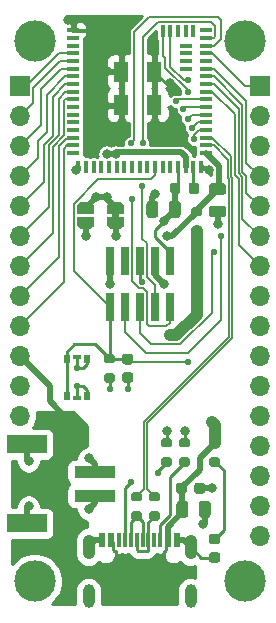
<source format=gbr>
%TF.GenerationSoftware,KiCad,Pcbnew,5.1.7-a382d34a8~88~ubuntu18.04.1*%
%TF.CreationDate,2022-09-03T09:09:10-04:00*%
%TF.ProjectId,project-MS88SF3-breakout,70726f6a-6563-4742-9d4d-533838534633,rev?*%
%TF.SameCoordinates,Original*%
%TF.FileFunction,Copper,L1,Top*%
%TF.FilePolarity,Positive*%
%FSLAX46Y46*%
G04 Gerber Fmt 4.6, Leading zero omitted, Abs format (unit mm)*
G04 Created by KiCad (PCBNEW 5.1.7-a382d34a8~88~ubuntu18.04.1) date 2022-09-03 09:09:10*
%MOMM*%
%LPD*%
G01*
G04 APERTURE LIST*
%TA.AperFunction,EtchedComponent*%
%ADD10C,0.100000*%
%TD*%
%TA.AperFunction,SMDPad,CuDef*%
%ADD11R,1.300000X1.800000*%
%TD*%
%TA.AperFunction,SMDPad,CuDef*%
%ADD12R,1.100000X0.350000*%
%TD*%
%TA.AperFunction,SMDPad,CuDef*%
%ADD13R,0.350000X1.100000*%
%TD*%
%TA.AperFunction,ComponentPad*%
%ADD14O,1.700000X1.700000*%
%TD*%
%TA.AperFunction,ComponentPad*%
%ADD15R,1.700000X1.700000*%
%TD*%
%TA.AperFunction,SMDPad,CuDef*%
%ADD16R,0.300000X1.150000*%
%TD*%
%TA.AperFunction,SMDPad,CuDef*%
%ADD17R,0.600000X1.150000*%
%TD*%
%TA.AperFunction,ComponentPad*%
%ADD18O,1.050000X2.100000*%
%TD*%
%TA.AperFunction,ComponentPad*%
%ADD19O,1.000000X2.000000*%
%TD*%
%TA.AperFunction,SMDPad,CuDef*%
%ADD20R,0.700000X0.350000*%
%TD*%
%TA.AperFunction,SMDPad,CuDef*%
%ADD21R,0.600000X0.650000*%
%TD*%
%TA.AperFunction,SMDPad,CuDef*%
%ADD22R,3.400000X1.500000*%
%TD*%
%TA.AperFunction,SMDPad,CuDef*%
%ADD23R,3.500000X1.000000*%
%TD*%
%TA.AperFunction,ComponentPad*%
%ADD24C,3.500000*%
%TD*%
%TA.AperFunction,SMDPad,CuDef*%
%ADD25C,0.100000*%
%TD*%
%TA.AperFunction,SMDPad,CuDef*%
%ADD26R,0.740000X2.400000*%
%TD*%
%TA.AperFunction,ViaPad*%
%ADD27C,0.800000*%
%TD*%
%TA.AperFunction,ViaPad*%
%ADD28C,0.554000*%
%TD*%
%TA.AperFunction,Conductor*%
%ADD29C,0.250000*%
%TD*%
%TA.AperFunction,Conductor*%
%ADD30C,0.500000*%
%TD*%
%TA.AperFunction,Conductor*%
%ADD31C,0.127000*%
%TD*%
%TA.AperFunction,Conductor*%
%ADD32C,1.000000*%
%TD*%
%TA.AperFunction,Conductor*%
%ADD33C,0.254000*%
%TD*%
%TA.AperFunction,Conductor*%
%ADD34C,0.100000*%
%TD*%
G04 APERTURE END LIST*
D10*
%TO.C,JP1*%
G36*
X45166000Y-97794000D02*
G01*
X45166000Y-98294000D01*
X45766000Y-98294000D01*
X45766000Y-97794000D01*
X45166000Y-97794000D01*
G37*
%TD*%
%TO.P,C6,2*%
%TO.N,GND*%
%TA.AperFunction,SMDPad,CuDef*%
G36*
G01*
X53627000Y-97224000D02*
X54577000Y-97224000D01*
G75*
G02*
X54827000Y-97474000I0J-250000D01*
G01*
X54827000Y-97974000D01*
G75*
G02*
X54577000Y-98224000I-250000J0D01*
G01*
X53627000Y-98224000D01*
G75*
G02*
X53377000Y-97974000I0J250000D01*
G01*
X53377000Y-97474000D01*
G75*
G02*
X53627000Y-97224000I250000J0D01*
G01*
G37*
%TD.AperFunction*%
%TO.P,C6,1*%
%TO.N,/VBUS_nRF*%
%TA.AperFunction,SMDPad,CuDef*%
G36*
G01*
X53627000Y-95324000D02*
X54577000Y-95324000D01*
G75*
G02*
X54827000Y-95574000I0J-250000D01*
G01*
X54827000Y-96074000D01*
G75*
G02*
X54577000Y-96324000I-250000J0D01*
G01*
X53627000Y-96324000D01*
G75*
G02*
X53377000Y-96074000I0J250000D01*
G01*
X53377000Y-95574000D01*
G75*
G02*
X53627000Y-95324000I250000J0D01*
G01*
G37*
%TD.AperFunction*%
%TD*%
D11*
%TO.P,U1,63*%
%TO.N,GND*%
X45948000Y-88721000D03*
%TO.P,U1,62*%
X48748000Y-88721000D03*
%TO.P,U1,61*%
X48748000Y-85871000D03*
%TO.P,U1,64*%
X45948000Y-85871000D03*
D12*
%TO.P,U1,60*%
%TO.N,Net-(U1-Pad60)*%
X51398000Y-85621000D03*
%TO.P,U1,59*%
%TO.N,Net-(U1-Pad59)*%
X51398000Y-84971000D03*
%TO.P,U1,58*%
%TO.N,Net-(U1-Pad58)*%
X51398000Y-84321000D03*
%TO.P,U1,57*%
%TO.N,Net-(U1-Pad57)*%
X51398000Y-83671000D03*
D13*
%TO.P,U1,56*%
%TO.N,/NFC2*%
X49448000Y-82471000D03*
%TO.P,U1,55*%
%TO.N,/NFC1*%
X50098000Y-82471000D03*
%TO.P,U1,54*%
%TO.N,Net-(U1-Pad54)*%
X50748000Y-82471000D03*
%TO.P,U1,53*%
%TO.N,Net-(U1-Pad53)*%
X51398000Y-82471000D03*
%TO.P,U1,52*%
%TO.N,Net-(U1-Pad52)*%
X51998000Y-82471000D03*
D12*
%TO.P,U1,51*%
%TO.N,Net-(U1-Pad51)*%
X53098000Y-82371000D03*
%TO.P,U1,50*%
%TO.N,/SWCLK*%
X53098000Y-83021000D03*
%TO.P,U1,49*%
%TO.N,/SWDIO*%
X53098000Y-83671000D03*
%TO.P,U1,48*%
%TO.N,/P0.25*%
X53098000Y-84321000D03*
%TO.P,U1,47*%
%TO.N,Net-(U1-Pad47)*%
X53098000Y-84971000D03*
%TO.P,U1,46*%
%TO.N,/RX*%
X53098000Y-85621000D03*
%TO.P,U1,45*%
%TO.N,/P0.22*%
X53098000Y-86271000D03*
%TO.P,U1,44*%
%TO.N,/TX*%
X53098000Y-86921000D03*
%TO.P,U1,43*%
%TO.N,/P0.23*%
X53098000Y-87571000D03*
%TO.P,U1,42*%
%TO.N,/P0.21*%
X53098000Y-88221000D03*
%TO.P,U1,41*%
%TO.N,/P0.17*%
X53098000Y-88871000D03*
%TO.P,U1,40*%
%TO.N,/P0.15*%
X53098000Y-89521000D03*
%TO.P,U1,39*%
%TO.N,/P0.13*%
X53098000Y-90171000D03*
%TO.P,U1,38*%
%TO.N,/P0.19*%
X53098000Y-90821000D03*
%TO.P,U1,37*%
%TO.N,/D_P*%
X53098000Y-91471000D03*
%TO.P,U1,36*%
%TO.N,/D_N*%
X53098000Y-92121000D03*
%TO.P,U1,35*%
%TO.N,/VBUS_nRF*%
X53098000Y-92771000D03*
D13*
%TO.P,U1,34*%
%TO.N,GND*%
X52698000Y-93971000D03*
%TO.P,U1,33*%
%TO.N,/DCCH*%
X52048000Y-93971000D03*
%TO.P,U1,32*%
%TO.N,/VDDH*%
X51398000Y-93971000D03*
%TO.P,U1,31*%
%TO.N,/VDD_nRF*%
X50748000Y-93971000D03*
%TO.P,U1,30*%
%TO.N,Net-(U1-Pad30)*%
X50098000Y-93971000D03*
%TO.P,U1,29*%
%TO.N,Net-(U1-Pad29)*%
X49448000Y-93971000D03*
%TO.P,U1,28*%
%TO.N,/RESET*%
X48798000Y-93971000D03*
%TO.P,U1,27*%
%TO.N,Net-(U1-Pad27)*%
X48148000Y-93971000D03*
%TO.P,U1,26*%
%TO.N,Net-(U1-Pad26)*%
X47498000Y-93971000D03*
%TO.P,U1,25*%
%TO.N,Net-(U1-Pad25)*%
X46848000Y-93971000D03*
%TO.P,U1,24*%
%TO.N,Net-(U1-Pad24)*%
X46198000Y-93971000D03*
%TO.P,U1,23*%
%TO.N,Net-(U1-Pad23)*%
X45548000Y-93971000D03*
%TO.P,U1,22*%
%TO.N,Net-(U1-Pad22)*%
X44898000Y-93971000D03*
%TO.P,U1,21*%
%TO.N,Net-(U1-Pad21)*%
X44248000Y-93971000D03*
%TO.P,U1,20*%
%TO.N,Net-(U1-Pad20)*%
X43598000Y-93971000D03*
%TO.P,U1,19*%
%TO.N,Net-(U1-Pad19)*%
X42948000Y-93971000D03*
%TO.P,U1,18*%
%TO.N,GND*%
X42298000Y-93971000D03*
D12*
%TO.P,U1,17*%
%TO.N,Net-(U1-Pad17)*%
X41898000Y-92771000D03*
%TO.P,U1,16*%
%TO.N,/AIN2*%
X41898000Y-92121000D03*
%TO.P,U1,15*%
%TO.N,/AIN3*%
X41898000Y-91471000D03*
%TO.P,U1,14*%
%TO.N,Net-(U1-Pad14)*%
X41898000Y-90821000D03*
%TO.P,U1,13*%
%TO.N,Net-(U1-Pad13)*%
X41898000Y-90171000D03*
%TO.P,U1,12*%
%TO.N,Net-(U1-Pad12)*%
X41898000Y-89521000D03*
%TO.P,U1,11*%
%TO.N,Net-(U1-Pad11)*%
X41898000Y-88871000D03*
%TO.P,U1,10*%
%TO.N,/AIN5*%
X41898000Y-88221000D03*
%TO.P,U1,9*%
%TO.N,/AIN0*%
X41898000Y-87571000D03*
%TO.P,U1,8*%
%TO.N,/P1.15*%
X41898000Y-86921000D03*
%TO.P,U1,7*%
%TO.N,/P1.13*%
X41898000Y-86271000D03*
%TO.P,U1,6*%
%TO.N,/AIN1*%
X41898000Y-85621000D03*
%TO.P,U1,5*%
%TO.N,/P1.14*%
X41898000Y-84971000D03*
%TO.P,U1,4*%
%TO.N,/P1.10*%
X41898000Y-84321000D03*
%TO.P,U1,3*%
%TO.N,Net-(U1-Pad3)*%
X41898000Y-83671000D03*
%TO.P,U1,2*%
%TO.N,Net-(U1-Pad2)*%
X41898000Y-83021000D03*
%TO.P,U1,1*%
%TO.N,GND*%
X41898000Y-82371000D03*
%TD*%
D14*
%TO.P,J4,12*%
%TO.N,/VDD_nRF*%
X37338000Y-115062000D03*
%TO.P,J4,11*%
%TO.N,Net-(J4-Pad11)*%
X37338000Y-112522000D03*
%TO.P,J4,10*%
%TO.N,/VBUS*%
X37338000Y-109982000D03*
%TO.P,J4,9*%
%TO.N,/AIN2*%
X37338000Y-107442000D03*
%TO.P,J4,8*%
%TO.N,/AIN3*%
X37338000Y-104902000D03*
%TO.P,J4,7*%
%TO.N,/AIN5*%
X37338000Y-102362000D03*
%TO.P,J4,6*%
%TO.N,/AIN0*%
X37338000Y-99822000D03*
%TO.P,J4,5*%
%TO.N,/P1.15*%
X37338000Y-97282000D03*
%TO.P,J4,4*%
%TO.N,/P1.13*%
X37338000Y-94742000D03*
%TO.P,J4,3*%
%TO.N,/AIN1*%
X37338000Y-92202000D03*
%TO.P,J4,2*%
%TO.N,/P1.14*%
X37338000Y-89662000D03*
D15*
%TO.P,J4,1*%
%TO.N,/P1.10*%
X37338000Y-87122000D03*
%TD*%
D16*
%TO.P,J3,B8*%
%TO.N,Net-(J3-PadB8)*%
X45748000Y-125547000D03*
%TO.P,J3,A5*%
%TO.N,/CC1*%
X46248000Y-125547000D03*
%TO.P,J3,B7*%
%TO.N,/D-*%
X46748000Y-125547000D03*
%TO.P,J3,B5*%
%TO.N,/CC2*%
X49248000Y-125547000D03*
%TO.P,J3,A8*%
%TO.N,Net-(J3-PadA8)*%
X48748000Y-125547000D03*
%TO.P,J3,B6*%
%TO.N,/D+*%
X48248000Y-125547000D03*
%TO.P,J3,A6*%
X47248000Y-125547000D03*
%TO.P,J3,A7*%
%TO.N,/D-*%
X47748000Y-125547000D03*
D17*
%TO.P,J3,B4_A9*%
%TO.N,/VBUS*%
X49898000Y-125547000D03*
%TO.P,J3,A4_B9*%
X45098000Y-125547000D03*
%TO.P,J3,B1_A12*%
%TO.N,GND*%
X50698000Y-125547000D03*
%TO.P,J3,A1_B12*%
X44298000Y-125547000D03*
D18*
%TO.P,J3,S4*%
X51818000Y-126122000D03*
%TO.P,J3,S1*%
X43178000Y-126122000D03*
D19*
%TO.P,J3,S3*%
X51818000Y-130302000D03*
%TO.P,J3,S2*%
X43178000Y-130302000D03*
%TD*%
D14*
%TO.P,J5,16*%
%TO.N,/RESET*%
X57658000Y-125222000D03*
%TO.P,J5,15*%
%TO.N,/VDD_nRF*%
X57658000Y-122682000D03*
%TO.P,J5,14*%
X57658000Y-120142000D03*
%TO.P,J5,13*%
%TO.N,GND*%
X57658000Y-117602000D03*
%TO.P,J5,12*%
%TO.N,/P0.21*%
X57658000Y-115062000D03*
%TO.P,J5,11*%
%TO.N,/P0.17*%
X57658000Y-112522000D03*
%TO.P,J5,10*%
%TO.N,/P0.15*%
X57658000Y-109982000D03*
%TO.P,J5,9*%
%TO.N,/P0.13*%
X57658000Y-107442000D03*
%TO.P,J5,8*%
%TO.N,/P0.19*%
X57658000Y-104902000D03*
%TO.P,J5,7*%
%TO.N,/P0.23*%
X57658000Y-102362000D03*
%TO.P,J5,6*%
%TO.N,/TX*%
X57658000Y-99822000D03*
%TO.P,J5,5*%
%TO.N,/P0.22*%
X57658000Y-97282000D03*
%TO.P,J5,4*%
%TO.N,/RX*%
X57658000Y-94742000D03*
%TO.P,J5,3*%
%TO.N,/NFC2*%
X57658000Y-92202000D03*
%TO.P,J5,2*%
%TO.N,/NFC1*%
X57658000Y-89662000D03*
D15*
%TO.P,J5,1*%
%TO.N,/P0.25*%
X57658000Y-87122000D03*
%TD*%
D20*
%TO.P,S1,6*%
%TO.N,GND*%
X42164000Y-110035000D03*
%TO.P,S1,5*%
X42164000Y-113485000D03*
D21*
%TO.P,S1,4*%
X43014000Y-110185000D03*
%TO.P,S1,3*%
X43014000Y-113335000D03*
%TO.P,S1,2*%
%TO.N,/RESET*%
X41314000Y-110185000D03*
%TO.P,S1,1*%
X41314000Y-113335000D03*
%TD*%
D22*
%TO.P,J2,S1*%
%TO.N,GND*%
X37938000Y-117427000D03*
%TO.P,J2,S2*%
X37938000Y-124127000D03*
D23*
%TO.P,J2,1*%
%TO.N,/VDD_nRF*%
X43688000Y-119777000D03*
%TO.P,J2,2*%
%TO.N,GND*%
X43688000Y-121777000D03*
%TD*%
D24*
%TO.P,H2,1*%
%TO.N,GND*%
X56388000Y-83312000D03*
%TD*%
%TO.P,H1,1*%
%TO.N,GND*%
X38608000Y-83312000D03*
%TD*%
%TO.P,R7,2*%
%TO.N,/D-*%
%TA.AperFunction,SMDPad,CuDef*%
G36*
G01*
X46969000Y-123107000D02*
X47519000Y-123107000D01*
G75*
G02*
X47719000Y-123307000I0J-200000D01*
G01*
X47719000Y-123707000D01*
G75*
G02*
X47519000Y-123907000I-200000J0D01*
G01*
X46969000Y-123907000D01*
G75*
G02*
X46769000Y-123707000I0J200000D01*
G01*
X46769000Y-123307000D01*
G75*
G02*
X46969000Y-123107000I200000J0D01*
G01*
G37*
%TD.AperFunction*%
%TO.P,R7,1*%
%TO.N,/D_N*%
%TA.AperFunction,SMDPad,CuDef*%
G36*
G01*
X46969000Y-121457000D02*
X47519000Y-121457000D01*
G75*
G02*
X47719000Y-121657000I0J-200000D01*
G01*
X47719000Y-122057000D01*
G75*
G02*
X47519000Y-122257000I-200000J0D01*
G01*
X46969000Y-122257000D01*
G75*
G02*
X46769000Y-122057000I0J200000D01*
G01*
X46769000Y-121657000D01*
G75*
G02*
X46969000Y-121457000I200000J0D01*
G01*
G37*
%TD.AperFunction*%
%TD*%
%TO.P,R6,2*%
%TO.N,/D+*%
%TA.AperFunction,SMDPad,CuDef*%
G36*
G01*
X48493000Y-123107000D02*
X49043000Y-123107000D01*
G75*
G02*
X49243000Y-123307000I0J-200000D01*
G01*
X49243000Y-123707000D01*
G75*
G02*
X49043000Y-123907000I-200000J0D01*
G01*
X48493000Y-123907000D01*
G75*
G02*
X48293000Y-123707000I0J200000D01*
G01*
X48293000Y-123307000D01*
G75*
G02*
X48493000Y-123107000I200000J0D01*
G01*
G37*
%TD.AperFunction*%
%TO.P,R6,1*%
%TO.N,/D_P*%
%TA.AperFunction,SMDPad,CuDef*%
G36*
G01*
X48493000Y-121457000D02*
X49043000Y-121457000D01*
G75*
G02*
X49243000Y-121657000I0J-200000D01*
G01*
X49243000Y-122057000D01*
G75*
G02*
X49043000Y-122257000I-200000J0D01*
G01*
X48493000Y-122257000D01*
G75*
G02*
X48293000Y-122057000I0J200000D01*
G01*
X48293000Y-121657000D01*
G75*
G02*
X48493000Y-121457000I200000J0D01*
G01*
G37*
%TD.AperFunction*%
%TD*%
%TO.P,R5,2*%
%TO.N,GND*%
%TA.AperFunction,SMDPad,CuDef*%
G36*
G01*
X51583000Y-117685000D02*
X51033000Y-117685000D01*
G75*
G02*
X50833000Y-117485000I0J200000D01*
G01*
X50833000Y-117085000D01*
G75*
G02*
X51033000Y-116885000I200000J0D01*
G01*
X51583000Y-116885000D01*
G75*
G02*
X51783000Y-117085000I0J-200000D01*
G01*
X51783000Y-117485000D01*
G75*
G02*
X51583000Y-117685000I-200000J0D01*
G01*
G37*
%TD.AperFunction*%
%TO.P,R5,1*%
%TO.N,/CC2*%
%TA.AperFunction,SMDPad,CuDef*%
G36*
G01*
X51583000Y-119335000D02*
X51033000Y-119335000D01*
G75*
G02*
X50833000Y-119135000I0J200000D01*
G01*
X50833000Y-118735000D01*
G75*
G02*
X51033000Y-118535000I200000J0D01*
G01*
X51583000Y-118535000D01*
G75*
G02*
X51783000Y-118735000I0J-200000D01*
G01*
X51783000Y-119135000D01*
G75*
G02*
X51583000Y-119335000I-200000J0D01*
G01*
G37*
%TD.AperFunction*%
%TD*%
%TO.P,R4,2*%
%TO.N,GND*%
%TA.AperFunction,SMDPad,CuDef*%
G36*
G01*
X50059000Y-117685000D02*
X49509000Y-117685000D01*
G75*
G02*
X49309000Y-117485000I0J200000D01*
G01*
X49309000Y-117085000D01*
G75*
G02*
X49509000Y-116885000I200000J0D01*
G01*
X50059000Y-116885000D01*
G75*
G02*
X50259000Y-117085000I0J-200000D01*
G01*
X50259000Y-117485000D01*
G75*
G02*
X50059000Y-117685000I-200000J0D01*
G01*
G37*
%TD.AperFunction*%
%TO.P,R4,1*%
%TO.N,/CC1*%
%TA.AperFunction,SMDPad,CuDef*%
G36*
G01*
X50059000Y-119335000D02*
X49509000Y-119335000D01*
G75*
G02*
X49309000Y-119135000I0J200000D01*
G01*
X49309000Y-118735000D01*
G75*
G02*
X49509000Y-118535000I200000J0D01*
G01*
X50059000Y-118535000D01*
G75*
G02*
X50259000Y-118735000I0J-200000D01*
G01*
X50259000Y-119135000D01*
G75*
G02*
X50059000Y-119335000I-200000J0D01*
G01*
G37*
%TD.AperFunction*%
%TD*%
%TO.P,R3,2*%
%TO.N,/VBUS_nRF*%
%TA.AperFunction,SMDPad,CuDef*%
G36*
G01*
X52599000Y-98127000D02*
X52049000Y-98127000D01*
G75*
G02*
X51849000Y-97927000I0J200000D01*
G01*
X51849000Y-97527000D01*
G75*
G02*
X52049000Y-97327000I200000J0D01*
G01*
X52599000Y-97327000D01*
G75*
G02*
X52799000Y-97527000I0J-200000D01*
G01*
X52799000Y-97927000D01*
G75*
G02*
X52599000Y-98127000I-200000J0D01*
G01*
G37*
%TD.AperFunction*%
%TO.P,R3,1*%
%TO.N,/VBUS*%
%TA.AperFunction,SMDPad,CuDef*%
G36*
G01*
X52599000Y-99777000D02*
X52049000Y-99777000D01*
G75*
G02*
X51849000Y-99577000I0J200000D01*
G01*
X51849000Y-99177000D01*
G75*
G02*
X52049000Y-98977000I200000J0D01*
G01*
X52599000Y-98977000D01*
G75*
G02*
X52799000Y-99177000I0J-200000D01*
G01*
X52799000Y-99577000D01*
G75*
G02*
X52599000Y-99777000I-200000J0D01*
G01*
G37*
%TD.AperFunction*%
%TD*%
%TO.P,R2,2*%
%TO.N,/VBUS*%
%TA.AperFunction,SMDPad,CuDef*%
G36*
G01*
X54123000Y-117685000D02*
X53573000Y-117685000D01*
G75*
G02*
X53373000Y-117485000I0J200000D01*
G01*
X53373000Y-117085000D01*
G75*
G02*
X53573000Y-116885000I200000J0D01*
G01*
X54123000Y-116885000D01*
G75*
G02*
X54323000Y-117085000I0J-200000D01*
G01*
X54323000Y-117485000D01*
G75*
G02*
X54123000Y-117685000I-200000J0D01*
G01*
G37*
%TD.AperFunction*%
%TO.P,R2,1*%
%TO.N,Net-(D1-Pad2)*%
%TA.AperFunction,SMDPad,CuDef*%
G36*
G01*
X54123000Y-119335000D02*
X53573000Y-119335000D01*
G75*
G02*
X53373000Y-119135000I0J200000D01*
G01*
X53373000Y-118735000D01*
G75*
G02*
X53573000Y-118535000I200000J0D01*
G01*
X54123000Y-118535000D01*
G75*
G02*
X54323000Y-118735000I0J-200000D01*
G01*
X54323000Y-119135000D01*
G75*
G02*
X54123000Y-119335000I-200000J0D01*
G01*
G37*
%TD.AperFunction*%
%TD*%
%TO.P,R1,2*%
%TO.N,/RESET*%
%TA.AperFunction,SMDPad,CuDef*%
G36*
G01*
X45233000Y-110573000D02*
X44683000Y-110573000D01*
G75*
G02*
X44483000Y-110373000I0J200000D01*
G01*
X44483000Y-109973000D01*
G75*
G02*
X44683000Y-109773000I200000J0D01*
G01*
X45233000Y-109773000D01*
G75*
G02*
X45433000Y-109973000I0J-200000D01*
G01*
X45433000Y-110373000D01*
G75*
G02*
X45233000Y-110573000I-200000J0D01*
G01*
G37*
%TD.AperFunction*%
%TO.P,R1,1*%
%TO.N,/VDD_nRF*%
%TA.AperFunction,SMDPad,CuDef*%
G36*
G01*
X45233000Y-112223000D02*
X44683000Y-112223000D01*
G75*
G02*
X44483000Y-112023000I0J200000D01*
G01*
X44483000Y-111623000D01*
G75*
G02*
X44683000Y-111423000I200000J0D01*
G01*
X45233000Y-111423000D01*
G75*
G02*
X45433000Y-111623000I0J-200000D01*
G01*
X45433000Y-112023000D01*
G75*
G02*
X45233000Y-112223000I-200000J0D01*
G01*
G37*
%TD.AperFunction*%
%TD*%
%TO.P,L1,2*%
%TO.N,/DCCH*%
%TA.AperFunction,SMDPad,CuDef*%
G36*
G01*
X51658000Y-96014250D02*
X51658000Y-95501750D01*
G75*
G02*
X51876750Y-95283000I218750J0D01*
G01*
X52314250Y-95283000D01*
G75*
G02*
X52533000Y-95501750I0J-218750D01*
G01*
X52533000Y-96014250D01*
G75*
G02*
X52314250Y-96233000I-218750J0D01*
G01*
X51876750Y-96233000D01*
G75*
G02*
X51658000Y-96014250I0J218750D01*
G01*
G37*
%TD.AperFunction*%
%TO.P,L1,1*%
%TO.N,/VDD_nRF*%
%TA.AperFunction,SMDPad,CuDef*%
G36*
G01*
X50083000Y-96014250D02*
X50083000Y-95501750D01*
G75*
G02*
X50301750Y-95283000I218750J0D01*
G01*
X50739250Y-95283000D01*
G75*
G02*
X50958000Y-95501750I0J-218750D01*
G01*
X50958000Y-96014250D01*
G75*
G02*
X50739250Y-96233000I-218750J0D01*
G01*
X50301750Y-96233000D01*
G75*
G02*
X50083000Y-96014250I0J218750D01*
G01*
G37*
%TD.AperFunction*%
%TD*%
%TA.AperFunction,SMDPad,CuDef*%
D25*
%TO.P,JP2,2*%
%TO.N,/VDDH*%
G36*
X42176602Y-97394000D02*
G01*
X42176602Y-97369466D01*
X42181412Y-97320635D01*
X42190984Y-97272510D01*
X42205228Y-97225555D01*
X42224005Y-97180222D01*
X42247136Y-97136949D01*
X42274396Y-97096150D01*
X42305524Y-97058221D01*
X42340221Y-97023524D01*
X42378150Y-96992396D01*
X42418949Y-96965136D01*
X42462222Y-96942005D01*
X42507555Y-96923228D01*
X42554510Y-96908984D01*
X42602635Y-96899412D01*
X42651466Y-96894602D01*
X42676000Y-96894602D01*
X42676000Y-96894000D01*
X43176000Y-96894000D01*
X43176000Y-96894602D01*
X43200534Y-96894602D01*
X43249365Y-96899412D01*
X43297490Y-96908984D01*
X43344445Y-96923228D01*
X43389778Y-96942005D01*
X43433051Y-96965136D01*
X43473850Y-96992396D01*
X43511779Y-97023524D01*
X43546476Y-97058221D01*
X43577604Y-97096150D01*
X43604864Y-97136949D01*
X43627995Y-97180222D01*
X43646772Y-97225555D01*
X43661016Y-97272510D01*
X43670588Y-97320635D01*
X43675398Y-97369466D01*
X43675398Y-97394000D01*
X43676000Y-97394000D01*
X43676000Y-97894000D01*
X42176000Y-97894000D01*
X42176000Y-97394000D01*
X42176602Y-97394000D01*
G37*
%TD.AperFunction*%
%TA.AperFunction,SMDPad,CuDef*%
%TO.P,JP2,1*%
%TO.N,/VDD_nRF*%
G36*
X43676000Y-98194000D02*
G01*
X43676000Y-98694000D01*
X43675398Y-98694000D01*
X43675398Y-98718534D01*
X43670588Y-98767365D01*
X43661016Y-98815490D01*
X43646772Y-98862445D01*
X43627995Y-98907778D01*
X43604864Y-98951051D01*
X43577604Y-98991850D01*
X43546476Y-99029779D01*
X43511779Y-99064476D01*
X43473850Y-99095604D01*
X43433051Y-99122864D01*
X43389778Y-99145995D01*
X43344445Y-99164772D01*
X43297490Y-99179016D01*
X43249365Y-99188588D01*
X43200534Y-99193398D01*
X43176000Y-99193398D01*
X43176000Y-99194000D01*
X42676000Y-99194000D01*
X42676000Y-99193398D01*
X42651466Y-99193398D01*
X42602635Y-99188588D01*
X42554510Y-99179016D01*
X42507555Y-99164772D01*
X42462222Y-99145995D01*
X42418949Y-99122864D01*
X42378150Y-99095604D01*
X42340221Y-99064476D01*
X42305524Y-99029779D01*
X42274396Y-98991850D01*
X42247136Y-98951051D01*
X42224005Y-98907778D01*
X42205228Y-98862445D01*
X42190984Y-98815490D01*
X42181412Y-98767365D01*
X42176602Y-98718534D01*
X42176602Y-98694000D01*
X42176000Y-98694000D01*
X42176000Y-98194000D01*
X43676000Y-98194000D01*
G37*
%TD.AperFunction*%
%TD*%
%TA.AperFunction,SMDPad,CuDef*%
%TO.P,JP1,1*%
%TO.N,/VBUS_nRF*%
G36*
X46216000Y-98194000D02*
G01*
X46216000Y-98694000D01*
X46215398Y-98694000D01*
X46215398Y-98718534D01*
X46210588Y-98767365D01*
X46201016Y-98815490D01*
X46186772Y-98862445D01*
X46167995Y-98907778D01*
X46144864Y-98951051D01*
X46117604Y-98991850D01*
X46086476Y-99029779D01*
X46051779Y-99064476D01*
X46013850Y-99095604D01*
X45973051Y-99122864D01*
X45929778Y-99145995D01*
X45884445Y-99164772D01*
X45837490Y-99179016D01*
X45789365Y-99188588D01*
X45740534Y-99193398D01*
X45716000Y-99193398D01*
X45716000Y-99194000D01*
X45216000Y-99194000D01*
X45216000Y-99193398D01*
X45191466Y-99193398D01*
X45142635Y-99188588D01*
X45094510Y-99179016D01*
X45047555Y-99164772D01*
X45002222Y-99145995D01*
X44958949Y-99122864D01*
X44918150Y-99095604D01*
X44880221Y-99064476D01*
X44845524Y-99029779D01*
X44814396Y-98991850D01*
X44787136Y-98951051D01*
X44764005Y-98907778D01*
X44745228Y-98862445D01*
X44730984Y-98815490D01*
X44721412Y-98767365D01*
X44716602Y-98718534D01*
X44716602Y-98694000D01*
X44716000Y-98694000D01*
X44716000Y-98194000D01*
X46216000Y-98194000D01*
G37*
%TD.AperFunction*%
%TA.AperFunction,SMDPad,CuDef*%
%TO.P,JP1,2*%
%TO.N,/VDDH*%
G36*
X44716602Y-97394000D02*
G01*
X44716602Y-97369466D01*
X44721412Y-97320635D01*
X44730984Y-97272510D01*
X44745228Y-97225555D01*
X44764005Y-97180222D01*
X44787136Y-97136949D01*
X44814396Y-97096150D01*
X44845524Y-97058221D01*
X44880221Y-97023524D01*
X44918150Y-96992396D01*
X44958949Y-96965136D01*
X45002222Y-96942005D01*
X45047555Y-96923228D01*
X45094510Y-96908984D01*
X45142635Y-96899412D01*
X45191466Y-96894602D01*
X45216000Y-96894602D01*
X45216000Y-96894000D01*
X45716000Y-96894000D01*
X45716000Y-96894602D01*
X45740534Y-96894602D01*
X45789365Y-96899412D01*
X45837490Y-96908984D01*
X45884445Y-96923228D01*
X45929778Y-96942005D01*
X45973051Y-96965136D01*
X46013850Y-96992396D01*
X46051779Y-97023524D01*
X46086476Y-97058221D01*
X46117604Y-97096150D01*
X46144864Y-97136949D01*
X46167995Y-97180222D01*
X46186772Y-97225555D01*
X46201016Y-97272510D01*
X46210588Y-97320635D01*
X46215398Y-97369466D01*
X46215398Y-97394000D01*
X46216000Y-97394000D01*
X46216000Y-97894000D01*
X44716000Y-97894000D01*
X44716000Y-97394000D01*
X44716602Y-97394000D01*
G37*
%TD.AperFunction*%
%TD*%
D26*
%TO.P,J1,10*%
%TO.N,/RESET*%
X44958000Y-105836000D03*
%TO.P,J1,9*%
%TO.N,GND*%
X44958000Y-101936000D03*
%TO.P,J1,8*%
%TO.N,/RX*%
X46228000Y-105836000D03*
%TO.P,J1,7*%
%TO.N,Net-(J1-Pad7)*%
X46228000Y-101936000D03*
%TO.P,J1,6*%
%TO.N,/TX*%
X47498000Y-105836000D03*
%TO.P,J1,5*%
%TO.N,GND*%
X47498000Y-101936000D03*
%TO.P,J1,4*%
%TO.N,/SWCLK*%
X48768000Y-105836000D03*
%TO.P,J1,3*%
%TO.N,GND*%
X48768000Y-101936000D03*
%TO.P,J1,2*%
%TO.N,/SWDIO*%
X50038000Y-105836000D03*
%TO.P,J1,1*%
%TO.N,/VDD_nRF*%
X50038000Y-101936000D03*
%TD*%
D24*
%TO.P,H4,1*%
%TO.N,GND*%
X56388000Y-129032000D03*
%TD*%
%TO.P,H3,1*%
%TO.N,GND*%
X38608000Y-129032000D03*
%TD*%
%TO.P,D1,2*%
%TO.N,Net-(D1-Pad2)*%
%TA.AperFunction,SMDPad,CuDef*%
G36*
G01*
X54104250Y-125888000D02*
X53591750Y-125888000D01*
G75*
G02*
X53373000Y-125669250I0J218750D01*
G01*
X53373000Y-125231750D01*
G75*
G02*
X53591750Y-125013000I218750J0D01*
G01*
X54104250Y-125013000D01*
G75*
G02*
X54323000Y-125231750I0J-218750D01*
G01*
X54323000Y-125669250D01*
G75*
G02*
X54104250Y-125888000I-218750J0D01*
G01*
G37*
%TD.AperFunction*%
%TO.P,D1,1*%
%TO.N,GND*%
%TA.AperFunction,SMDPad,CuDef*%
G36*
G01*
X54104250Y-127463000D02*
X53591750Y-127463000D01*
G75*
G02*
X53373000Y-127244250I0J218750D01*
G01*
X53373000Y-126806750D01*
G75*
G02*
X53591750Y-126588000I218750J0D01*
G01*
X54104250Y-126588000D01*
G75*
G02*
X54323000Y-126806750I0J-218750D01*
G01*
X54323000Y-127244250D01*
G75*
G02*
X54104250Y-127463000I-218750J0D01*
G01*
G37*
%TD.AperFunction*%
%TD*%
%TO.P,C5,2*%
%TO.N,GND*%
%TA.AperFunction,SMDPad,CuDef*%
G36*
G01*
X52141000Y-121408000D02*
X52141000Y-120908000D01*
G75*
G02*
X52366000Y-120683000I225000J0D01*
G01*
X52816000Y-120683000D01*
G75*
G02*
X53041000Y-120908000I0J-225000D01*
G01*
X53041000Y-121408000D01*
G75*
G02*
X52816000Y-121633000I-225000J0D01*
G01*
X52366000Y-121633000D01*
G75*
G02*
X52141000Y-121408000I0J225000D01*
G01*
G37*
%TD.AperFunction*%
%TO.P,C5,1*%
%TO.N,/VBUS*%
%TA.AperFunction,SMDPad,CuDef*%
G36*
G01*
X50591000Y-121408000D02*
X50591000Y-120908000D01*
G75*
G02*
X50816000Y-120683000I225000J0D01*
G01*
X51266000Y-120683000D01*
G75*
G02*
X51491000Y-120908000I0J-225000D01*
G01*
X51491000Y-121408000D01*
G75*
G02*
X51266000Y-121633000I-225000J0D01*
G01*
X50816000Y-121633000D01*
G75*
G02*
X50591000Y-121408000I0J225000D01*
G01*
G37*
%TD.AperFunction*%
%TD*%
%TO.P,C4,2*%
%TO.N,GND*%
%TA.AperFunction,SMDPad,CuDef*%
G36*
G01*
X52520000Y-123411000D02*
X52520000Y-122461000D01*
G75*
G02*
X52770000Y-122211000I250000J0D01*
G01*
X53270000Y-122211000D01*
G75*
G02*
X53520000Y-122461000I0J-250000D01*
G01*
X53520000Y-123411000D01*
G75*
G02*
X53270000Y-123661000I-250000J0D01*
G01*
X52770000Y-123661000D01*
G75*
G02*
X52520000Y-123411000I0J250000D01*
G01*
G37*
%TD.AperFunction*%
%TO.P,C4,1*%
%TO.N,/VBUS*%
%TA.AperFunction,SMDPad,CuDef*%
G36*
G01*
X50620000Y-123411000D02*
X50620000Y-122461000D01*
G75*
G02*
X50870000Y-122211000I250000J0D01*
G01*
X51370000Y-122211000D01*
G75*
G02*
X51620000Y-122461000I0J-250000D01*
G01*
X51620000Y-123411000D01*
G75*
G02*
X51370000Y-123661000I-250000J0D01*
G01*
X50870000Y-123661000D01*
G75*
G02*
X50620000Y-123411000I0J250000D01*
G01*
G37*
%TD.AperFunction*%
%TD*%
%TO.P,C2,2*%
%TO.N,GND*%
%TA.AperFunction,SMDPad,CuDef*%
G36*
G01*
X49080000Y-97061000D02*
X49080000Y-98011000D01*
G75*
G02*
X48830000Y-98261000I-250000J0D01*
G01*
X48330000Y-98261000D01*
G75*
G02*
X48080000Y-98011000I0J250000D01*
G01*
X48080000Y-97061000D01*
G75*
G02*
X48330000Y-96811000I250000J0D01*
G01*
X48830000Y-96811000D01*
G75*
G02*
X49080000Y-97061000I0J-250000D01*
G01*
G37*
%TD.AperFunction*%
%TO.P,C2,1*%
%TO.N,/VDD_nRF*%
%TA.AperFunction,SMDPad,CuDef*%
G36*
G01*
X50980000Y-97061000D02*
X50980000Y-98011000D01*
G75*
G02*
X50730000Y-98261000I-250000J0D01*
G01*
X50230000Y-98261000D01*
G75*
G02*
X49980000Y-98011000I0J250000D01*
G01*
X49980000Y-97061000D01*
G75*
G02*
X50230000Y-96811000I250000J0D01*
G01*
X50730000Y-96811000D01*
G75*
G02*
X50980000Y-97061000I0J-250000D01*
G01*
G37*
%TD.AperFunction*%
%TD*%
%TO.P,C1,2*%
%TO.N,GND*%
%TA.AperFunction,SMDPad,CuDef*%
G36*
G01*
X46232000Y-111323000D02*
X46732000Y-111323000D01*
G75*
G02*
X46957000Y-111548000I0J-225000D01*
G01*
X46957000Y-111998000D01*
G75*
G02*
X46732000Y-112223000I-225000J0D01*
G01*
X46232000Y-112223000D01*
G75*
G02*
X46007000Y-111998000I0J225000D01*
G01*
X46007000Y-111548000D01*
G75*
G02*
X46232000Y-111323000I225000J0D01*
G01*
G37*
%TD.AperFunction*%
%TO.P,C1,1*%
%TO.N,/RESET*%
%TA.AperFunction,SMDPad,CuDef*%
G36*
G01*
X46232000Y-109773000D02*
X46732000Y-109773000D01*
G75*
G02*
X46957000Y-109998000I0J-225000D01*
G01*
X46957000Y-110448000D01*
G75*
G02*
X46732000Y-110673000I-225000J0D01*
G01*
X46232000Y-110673000D01*
G75*
G02*
X46007000Y-110448000I0J225000D01*
G01*
X46007000Y-109998000D01*
G75*
G02*
X46232000Y-109773000I225000J0D01*
G01*
G37*
%TD.AperFunction*%
%TD*%
D27*
%TO.N,/VBUS_nRF*%
X45466000Y-99822000D03*
X49784048Y-99822000D03*
%TO.N,GND*%
X54102000Y-98806000D03*
X48768000Y-96266000D03*
X43180000Y-122936000D03*
X38100000Y-118872000D03*
X38100000Y-122682000D03*
X53594000Y-121158000D03*
X52832000Y-124206000D03*
X49784000Y-116332000D03*
X51308000Y-116332000D03*
X45974000Y-90170000D03*
X53340000Y-94234000D03*
X42075019Y-94234000D03*
X44958000Y-103886000D03*
X49530000Y-103886000D03*
D28*
X47696870Y-103664044D03*
X42164000Y-112522000D03*
X42164000Y-110998000D03*
X46482000Y-112776000D03*
D27*
X48768000Y-90170000D03*
X44704000Y-85852000D03*
X50037976Y-86868000D03*
X41402014Y-81534000D03*
D28*
%TO.N,/RX*%
X54356000Y-99822000D03*
%TO.N,/TX*%
X53815486Y-101124514D03*
%TO.N,/RESET*%
X51562000Y-110490000D03*
D27*
%TO.N,/VDD_nRF*%
X43180000Y-118618000D03*
X42926000Y-99822000D03*
X49530000Y-98552000D03*
D28*
X44958000Y-112776000D03*
D27*
%TO.N,/VBUS*%
X49276000Y-127762000D03*
X45720000Y-127762000D03*
X50038000Y-108204000D03*
X53594000Y-115570000D03*
X41528995Y-115442995D03*
D28*
%TO.N,/CC1*%
X49022000Y-119888000D03*
X46736000Y-120650000D03*
D27*
%TO.N,/VDDH*%
X45466000Y-92820998D03*
X44704000Y-96520000D03*
X44698077Y-92821516D03*
X43799934Y-96520000D03*
D28*
%TO.N,/SWCLK*%
X47728743Y-95536510D03*
X47752000Y-91948000D03*
%TO.N,/SWDIO*%
X46864485Y-96648485D03*
X46736000Y-91948000D03*
%TO.N,/P0.19*%
X52070988Y-91596720D03*
%TO.N,/P0.13*%
X51918249Y-90669376D03*
%TO.N,/P0.15*%
X51562000Y-89916000D03*
%TO.N,/P0.17*%
X51206167Y-89052167D03*
%TO.N,/P0.21*%
X50545988Y-88392000D03*
%TO.N,/NFC2*%
X51562000Y-87630000D03*
%TO.N,/NFC1*%
X51563199Y-86612801D03*
%TD*%
D29*
%TO.N,Net-(D1-Pad2)*%
X53848000Y-118935000D02*
X53911000Y-118935000D01*
X53911000Y-118935000D02*
X54610000Y-119634000D01*
X54610000Y-124688500D02*
X53848000Y-125450500D01*
X54610000Y-119634000D02*
X54610000Y-124688500D01*
D30*
%TO.N,/VBUS_nRF*%
X52324000Y-97602000D02*
X54102000Y-95824000D01*
X52324000Y-97727000D02*
X52324000Y-97602000D01*
X54190002Y-93863002D02*
X54190002Y-95735998D01*
X53098000Y-92771000D02*
X54190002Y-93863002D01*
X54190002Y-95735998D02*
X54102000Y-95824000D01*
X45466000Y-98694000D02*
X45466000Y-99822000D01*
X52324000Y-97727000D02*
X50229000Y-99822000D01*
X50229000Y-99822000D02*
X49784048Y-99822000D01*
D29*
%TO.N,/DCCH*%
X52048000Y-95710500D02*
X52095500Y-95758000D01*
X52048000Y-93971000D02*
X52048000Y-95710500D01*
D30*
%TO.N,GND*%
X54102000Y-97724000D02*
X54102000Y-98806000D01*
X48580000Y-97536000D02*
X48580000Y-96454000D01*
X48580000Y-96454000D02*
X48768000Y-96266000D01*
X43688000Y-121777000D02*
X43688000Y-122428000D01*
X43688000Y-122428000D02*
X43180000Y-122936000D01*
X37938000Y-117427000D02*
X37938000Y-118710000D01*
X37938000Y-118710000D02*
X38100000Y-118872000D01*
X37938000Y-124127000D02*
X37938000Y-122844000D01*
X37938000Y-122844000D02*
X38100000Y-122682000D01*
X43753000Y-125547000D02*
X43178000Y-126122000D01*
X44298000Y-125547000D02*
X43753000Y-125547000D01*
X51243000Y-125547000D02*
X51818000Y-126122000D01*
X50698000Y-125547000D02*
X51243000Y-125547000D01*
X52591000Y-121158000D02*
X53594000Y-121158000D01*
X53020000Y-122936000D02*
X53020000Y-124018000D01*
X53020000Y-124018000D02*
X52832000Y-124206000D01*
D29*
X49784000Y-117285000D02*
X49784000Y-116332000D01*
X51308000Y-117285000D02*
X51308000Y-116332000D01*
X45948000Y-88721000D02*
X45948000Y-90144000D01*
X45948000Y-90144000D02*
X45974000Y-90170000D01*
X52698000Y-93971000D02*
X53077000Y-93971000D01*
X53077000Y-93971000D02*
X53340000Y-94234000D01*
X52721500Y-127025500D02*
X51818000Y-126122000D01*
X53848000Y-127025500D02*
X52721500Y-127025500D01*
X42298000Y-93971000D02*
X42075019Y-94193981D01*
X42075019Y-94193981D02*
X42075019Y-94234000D01*
D30*
X44958000Y-101936000D02*
X44958000Y-103886000D01*
X48768000Y-101936000D02*
X48768000Y-103124000D01*
X48768000Y-103124000D02*
X49530000Y-103886000D01*
D29*
X47498000Y-103465174D02*
X47696870Y-103664044D01*
X47498000Y-101936000D02*
X47498000Y-103465174D01*
X42164000Y-113485000D02*
X42164000Y-112522000D01*
X42164000Y-110035000D02*
X42164000Y-110998000D01*
X43014000Y-113335000D02*
X43014000Y-112864000D01*
X42672000Y-112522000D02*
X42164000Y-112522000D01*
X43014000Y-112864000D02*
X42672000Y-112522000D01*
X43014000Y-110185000D02*
X43014000Y-110656000D01*
X42672000Y-110998000D02*
X42164000Y-110998000D01*
X43014000Y-110656000D02*
X42672000Y-110998000D01*
X46482000Y-111773000D02*
X46482000Y-112776000D01*
X48748000Y-88721000D02*
X48748000Y-90150000D01*
X48748000Y-90150000D02*
X48768000Y-90170000D01*
X44723000Y-85871000D02*
X44704000Y-85852000D01*
X45948000Y-85871000D02*
X44723000Y-85871000D01*
X48748000Y-85871000D02*
X49745000Y-86868000D01*
X49745000Y-86868000D02*
X50037976Y-86868000D01*
X41898000Y-82029986D02*
X41402014Y-81534000D01*
X41898000Y-82371000D02*
X41898000Y-82029986D01*
D31*
%TO.N,/RX*%
X56544499Y-88390499D02*
X56544499Y-93628499D01*
X56544499Y-93628499D02*
X57658000Y-94742000D01*
X53775000Y-85621000D02*
X56544499Y-88390499D01*
X53098000Y-85621000D02*
X53775000Y-85621000D01*
X54356000Y-106934000D02*
X54356000Y-99822000D01*
X46228000Y-105836000D02*
X46228000Y-107950000D01*
X51562000Y-109728000D02*
X54356000Y-106934000D01*
X48006000Y-109728000D02*
X51562000Y-109728000D01*
X46228000Y-107950000D02*
X48006000Y-109728000D01*
%TO.N,/TX*%
X56207011Y-98371011D02*
X57658000Y-99822000D01*
X55880001Y-94488000D02*
X56207011Y-94815012D01*
X53775000Y-86921000D02*
X55880001Y-89026001D01*
X56207011Y-94815012D02*
X56207011Y-98371011D01*
X53098000Y-86921000D02*
X53775000Y-86921000D01*
X55880001Y-89026001D02*
X55880001Y-94488000D01*
X53594000Y-101346000D02*
X53815486Y-101124514D01*
X50919941Y-108967511D02*
X53594000Y-106293452D01*
X48494973Y-108967511D02*
X50919941Y-108967511D01*
X53594000Y-106293452D02*
X53594000Y-101346000D01*
X47498000Y-105836000D02*
X47498000Y-107970538D01*
X47498000Y-107970538D02*
X48494973Y-108967511D01*
%TO.N,/RESET*%
X43942000Y-104820000D02*
X44958000Y-105836000D01*
X48798000Y-94648000D02*
X48450000Y-94996000D01*
X41910000Y-102788000D02*
X43942000Y-104820000D01*
X48798000Y-93971000D02*
X48798000Y-94648000D01*
X41910000Y-97083636D02*
X41910000Y-102788000D01*
X48450000Y-94996000D02*
X43997636Y-94996000D01*
X43997636Y-94996000D02*
X41910000Y-97083636D01*
D29*
X44958000Y-110173000D02*
X44958000Y-105836000D01*
X41314000Y-113335000D02*
X41314000Y-110185000D01*
X41314000Y-109610000D02*
X41958000Y-108966000D01*
X41314000Y-110185000D02*
X41314000Y-109610000D01*
X43751000Y-108966000D02*
X44958000Y-110173000D01*
X41958000Y-108966000D02*
X43751000Y-108966000D01*
X45008000Y-110223000D02*
X44958000Y-110173000D01*
X46482000Y-110223000D02*
X45008000Y-110223000D01*
D31*
X46749000Y-110490000D02*
X51562000Y-110490000D01*
X46482000Y-110223000D02*
X46749000Y-110490000D01*
D29*
%TO.N,/VDD_nRF*%
X50748000Y-95530500D02*
X50520500Y-95758000D01*
X50748000Y-93971000D02*
X50748000Y-95530500D01*
D30*
X50520500Y-97495500D02*
X50480000Y-97536000D01*
X50520500Y-95758000D02*
X50520500Y-97495500D01*
X43688000Y-119777000D02*
X43688000Y-119126000D01*
X43688000Y-119126000D02*
X43180000Y-118618000D01*
X42926000Y-98694000D02*
X42926000Y-99822000D01*
X50480000Y-97536000D02*
X50480000Y-97602000D01*
X50480000Y-97602000D02*
X49530000Y-98552000D01*
D29*
X50038000Y-101106000D02*
X48768000Y-99836000D01*
X50038000Y-101936000D02*
X50038000Y-101106000D01*
X48768000Y-99314000D02*
X49530000Y-98552000D01*
X48768000Y-99836000D02*
X48768000Y-99314000D01*
X44958000Y-111823000D02*
X44958000Y-112776000D01*
D30*
%TO.N,/VBUS*%
X49898000Y-125547000D02*
X49898000Y-124407666D01*
X51120000Y-123185666D02*
X51120000Y-122936000D01*
X49898000Y-124407666D02*
X51120000Y-123185666D01*
D32*
X53848000Y-115824000D02*
X53594000Y-115570000D01*
X53848000Y-117285000D02*
X53848000Y-115824000D01*
D30*
X51120000Y-122936000D02*
X51120000Y-121237000D01*
X51120000Y-121237000D02*
X51041000Y-121158000D01*
X52578000Y-118555000D02*
X53848000Y-117285000D01*
X51041000Y-121158000D02*
X52578000Y-119621000D01*
X52578000Y-119621000D02*
X52578000Y-118555000D01*
D32*
X50603685Y-108204000D02*
X50038000Y-108204000D01*
X52324000Y-106483685D02*
X50603685Y-108204000D01*
X52324000Y-99377000D02*
X52324000Y-106483685D01*
D29*
X49530000Y-126447001D02*
X49530000Y-127508000D01*
X49658001Y-126447001D02*
X49530000Y-126447001D01*
X49530000Y-127508000D02*
X49276000Y-127762000D01*
X49723001Y-126382001D02*
X49658001Y-126447001D01*
X49898000Y-125547000D02*
X49723001Y-125721999D01*
X49723001Y-125721999D02*
X49723001Y-126382001D01*
X45466000Y-127508000D02*
X45720000Y-127762000D01*
X45337999Y-126447001D02*
X45466000Y-126447001D01*
X45466000Y-126447001D02*
X45466000Y-127508000D01*
X45272999Y-126382001D02*
X45337999Y-126447001D01*
X45098000Y-125547000D02*
X45272999Y-125721999D01*
X45272999Y-125721999D02*
X45272999Y-126382001D01*
D30*
X39878000Y-112522000D02*
X39878000Y-113792000D01*
X37338000Y-109982000D02*
X39878000Y-112522000D01*
X39878000Y-113792000D02*
X41528995Y-115442995D01*
D29*
%TO.N,/CC1*%
X49022000Y-119697000D02*
X49784000Y-118935000D01*
X49022000Y-119888000D02*
X49022000Y-119697000D01*
X46248000Y-125547000D02*
X46248000Y-121138000D01*
X46248000Y-121138000D02*
X46736000Y-120650000D01*
%TO.N,/D-*%
X46748000Y-124003000D02*
X47244000Y-123507000D01*
X46748000Y-125547000D02*
X46748000Y-124003000D01*
X47748000Y-124011000D02*
X47244000Y-123507000D01*
X47748000Y-125547000D02*
X47748000Y-124011000D01*
%TO.N,/CC2*%
X49248000Y-124244478D02*
X50038000Y-123454478D01*
X49248000Y-125547000D02*
X49248000Y-124244478D01*
X50038000Y-120205000D02*
X51308000Y-118935000D01*
X50038000Y-123454478D02*
X50038000Y-120205000D01*
%TO.N,/D+*%
X48248000Y-124027000D02*
X48768000Y-123507000D01*
X48248000Y-125547000D02*
X48248000Y-124027000D01*
X48172999Y-126447001D02*
X48248000Y-126372000D01*
X47323001Y-126447001D02*
X48172999Y-126447001D01*
X47248000Y-126372000D02*
X47323001Y-126447001D01*
X48248000Y-126372000D02*
X48248000Y-125547000D01*
X47248000Y-125547000D02*
X47248000Y-126372000D01*
D30*
%TO.N,/VDDH*%
X51398000Y-93085998D02*
X51022002Y-92710000D01*
X51398000Y-93971000D02*
X51398000Y-93085998D01*
X51022002Y-92710000D02*
X45576998Y-92710000D01*
X45576998Y-92710000D02*
X45466000Y-92820998D01*
X44704000Y-96632000D02*
X45466000Y-97394000D01*
X44704000Y-96520000D02*
X44704000Y-96632000D01*
X42926000Y-97394000D02*
X43799934Y-96520066D01*
X43799934Y-96520066D02*
X43799934Y-96520000D01*
X44698595Y-92820998D02*
X44698077Y-92821516D01*
X45466000Y-92820998D02*
X44698595Y-92820998D01*
X43799934Y-96520000D02*
X44704000Y-96520000D01*
D31*
%TO.N,/D_P*%
X48133000Y-121222000D02*
X48133000Y-115622606D01*
X55344518Y-108411088D02*
X55344518Y-94877443D01*
X48768000Y-121857000D02*
X48133000Y-121222000D01*
X55225979Y-93026441D02*
X53670538Y-91471000D01*
X48133000Y-115622606D02*
X55344518Y-108411088D01*
X55344518Y-94877443D02*
X55225979Y-94758904D01*
X55225979Y-94758904D02*
X55225979Y-93026441D01*
X53670538Y-91471000D02*
X53098000Y-91471000D01*
%TO.N,/D_N*%
X54971968Y-93317968D02*
X53775000Y-92121000D01*
X47878989Y-121222011D02*
X47878989Y-115517392D01*
X54971968Y-94864118D02*
X54971968Y-93317968D01*
X55090507Y-108305874D02*
X55090507Y-94982657D01*
X47878989Y-115517392D02*
X55090507Y-108305874D01*
X55090507Y-94982657D02*
X54971968Y-94864118D01*
X53775000Y-92121000D02*
X53098000Y-92121000D01*
X47244000Y-121857000D02*
X47878989Y-121222011D01*
%TO.N,/SWCLK*%
X48768000Y-105836000D02*
X48768000Y-103920016D01*
X47728743Y-100018727D02*
X47728743Y-95536510D01*
X48131501Y-100421485D02*
X47728743Y-100018727D01*
X48768000Y-103920016D02*
X48131501Y-103283517D01*
X48131501Y-103283517D02*
X48131501Y-100421485D01*
X53583801Y-81657499D02*
X49062199Y-81657499D01*
X53098000Y-83021000D02*
X53775000Y-83021000D01*
X53911501Y-82884499D02*
X53911501Y-81985199D01*
X49062199Y-81657499D02*
X47752000Y-82967698D01*
X53775000Y-83021000D02*
X53911501Y-82884499D01*
X53911501Y-81985199D02*
X53583801Y-81657499D01*
X47752000Y-82967698D02*
X47752000Y-91948000D01*
%TO.N,/SWDIO*%
X49759000Y-107442000D02*
X48329698Y-107442000D01*
X47816545Y-104204545D02*
X47437441Y-104204545D01*
X50038000Y-105836000D02*
X50038000Y-107163000D01*
X48131501Y-104519501D02*
X47816545Y-104204545D01*
X47437441Y-104204545D02*
X46864485Y-103631589D01*
X48329698Y-107442000D02*
X48131501Y-107243803D01*
X48131501Y-107243803D02*
X48131501Y-104519501D01*
X46864485Y-103631589D02*
X46864485Y-96648485D01*
X50038000Y-107163000D02*
X49759000Y-107442000D01*
X48260000Y-81280000D02*
X47012999Y-82527001D01*
X54356000Y-81534000D02*
X54102000Y-81280000D01*
X54102000Y-81280000D02*
X48260000Y-81280000D01*
X47012999Y-82527001D02*
X47012999Y-91671001D01*
X53775000Y-83671000D02*
X54356000Y-83090000D01*
X54356000Y-83090000D02*
X54356000Y-81534000D01*
X47012999Y-91671001D02*
X46736000Y-91948000D01*
X53098000Y-83671000D02*
X53775000Y-83671000D01*
%TO.N,/P1.15*%
X40132000Y-88010000D02*
X40132000Y-91300310D01*
X39370000Y-92062310D02*
X39370000Y-95250000D01*
X40132000Y-91300310D02*
X39370000Y-92062310D01*
X41898000Y-86921000D02*
X41221000Y-86921000D01*
X39370000Y-95250000D02*
X37338000Y-97282000D01*
X41221000Y-86921000D02*
X40132000Y-88010000D01*
%TO.N,/P1.13*%
X41221000Y-86271000D02*
X41898000Y-86271000D01*
X39624000Y-87868000D02*
X41221000Y-86271000D01*
X39624000Y-91011923D02*
X39624000Y-87868000D01*
X38862000Y-91773923D02*
X39624000Y-91011923D01*
X37338000Y-94742000D02*
X38862000Y-93218000D01*
X38862000Y-93218000D02*
X38862000Y-91773923D01*
%TO.N,/P1.14*%
X38451501Y-88548499D02*
X37338000Y-89662000D01*
X38451501Y-87278499D02*
X38451501Y-88548499D01*
X41898000Y-84971000D02*
X40759000Y-84971000D01*
X40759000Y-84971000D02*
X38451501Y-87278499D01*
%TO.N,/P1.10*%
X40647000Y-84321000D02*
X41898000Y-84321000D01*
X37338000Y-87122000D02*
X37846000Y-87122000D01*
X37846000Y-87122000D02*
X40647000Y-84321000D01*
%TO.N,/P0.19*%
X52070988Y-91281034D02*
X52070988Y-91596720D01*
X52531022Y-90821000D02*
X52070988Y-91281034D01*
X53098000Y-90821000D02*
X52531022Y-90821000D01*
%TO.N,/P0.13*%
X52416625Y-90171000D02*
X51918249Y-90669376D01*
X53098000Y-90171000D02*
X52416625Y-90171000D01*
%TO.N,/P0.15*%
X51957000Y-89521000D02*
X51562000Y-89916000D01*
X53098000Y-89521000D02*
X51957000Y-89521000D01*
%TO.N,/P0.17*%
X51387334Y-88871000D02*
X51206167Y-89052167D01*
X53098000Y-88871000D02*
X51387334Y-88871000D01*
%TO.N,/P0.21*%
X53098000Y-88221000D02*
X50716988Y-88221000D01*
X50716988Y-88221000D02*
X50545988Y-88392000D01*
%TO.N,/P0.23*%
X55880000Y-100584000D02*
X57658000Y-102362000D01*
X55880000Y-94950464D02*
X55880000Y-100584000D01*
X55552989Y-94623453D02*
X55880000Y-94950464D01*
X55552989Y-89476687D02*
X55552989Y-94623453D01*
X53098000Y-87571000D02*
X53647302Y-87571000D01*
X53647302Y-87571000D02*
X55552989Y-89476687D01*
%TO.N,/P0.22*%
X56207011Y-94352549D02*
X56534022Y-94679560D01*
X56207011Y-88703011D02*
X56207011Y-94352549D01*
X53098000Y-86271000D02*
X53775000Y-86271000D01*
X53775000Y-86271000D02*
X56207011Y-88703011D01*
X56534022Y-94679560D02*
X56534022Y-96158022D01*
X56534022Y-96158022D02*
X57658000Y-97282000D01*
%TO.N,/P0.25*%
X53647302Y-84321000D02*
X53098000Y-84321000D01*
X56448302Y-87122000D02*
X53647302Y-84321000D01*
X57658000Y-87122000D02*
X56448302Y-87122000D01*
%TO.N,/AIN2*%
X41348698Y-92121000D02*
X41898000Y-92121000D01*
X41084499Y-92385199D02*
X41348698Y-92121000D01*
X41084499Y-103695501D02*
X41084499Y-92385199D01*
X37338000Y-107442000D02*
X41084499Y-103695501D01*
%TO.N,/AIN3*%
X41348698Y-91471000D02*
X41898000Y-91471000D01*
X40640000Y-92179698D02*
X41348698Y-91471000D01*
X37338000Y-104902000D02*
X40640000Y-101600000D01*
X40640000Y-101600000D02*
X40640000Y-92179698D01*
%TO.N,/AIN5*%
X41221000Y-88221000D02*
X41898000Y-88221000D01*
X41084499Y-88357501D02*
X41221000Y-88221000D01*
X41084498Y-91272737D02*
X41084499Y-88357501D01*
X40132000Y-92225235D02*
X41084498Y-91272737D01*
X37338000Y-102362000D02*
X40132000Y-99568000D01*
X40132000Y-99568000D02*
X40132000Y-92225235D01*
%TO.N,/AIN0*%
X40640000Y-91254773D02*
X39804989Y-92089783D01*
X39804989Y-97355011D02*
X37338000Y-99822000D01*
X40640000Y-88152000D02*
X40640000Y-91254773D01*
X41898000Y-87571000D02*
X41221000Y-87571000D01*
X39804989Y-92089783D02*
X39804989Y-97355011D01*
X41221000Y-87571000D02*
X40640000Y-88152000D01*
%TO.N,/AIN1*%
X39116000Y-90424000D02*
X37338000Y-92202000D01*
X39116000Y-87376000D02*
X39116000Y-90424000D01*
X41898000Y-85621000D02*
X40871000Y-85621000D01*
X40871000Y-85621000D02*
X39116000Y-87376000D01*
%TO.N,/NFC2*%
X49661501Y-85546266D02*
X51562000Y-87446765D01*
X51562000Y-87446765D02*
X51562000Y-87630000D01*
X49448000Y-84546698D02*
X49661501Y-84760199D01*
X49448000Y-82471000D02*
X49448000Y-84546698D01*
X49661501Y-84760199D02*
X49661501Y-85546266D01*
%TO.N,/NFC1*%
X50098000Y-85449538D02*
X51261263Y-86612801D01*
X51261263Y-86612801D02*
X51563199Y-86612801D01*
X50098000Y-82471000D02*
X50098000Y-85449538D01*
%TD*%
D33*
%TO.N,/VBUS*%
X43053000Y-115876606D02*
X43053000Y-117587985D01*
X42878102Y-117622774D01*
X42689744Y-117700795D01*
X42520226Y-117814063D01*
X42376063Y-117958226D01*
X42262795Y-118127744D01*
X42184774Y-118316102D01*
X42145000Y-118516061D01*
X42145000Y-118638928D01*
X41938000Y-118638928D01*
X41813518Y-118651188D01*
X41693820Y-118687498D01*
X41583506Y-118746463D01*
X41486815Y-118825815D01*
X41407463Y-118922506D01*
X41348498Y-119032820D01*
X41312188Y-119152518D01*
X41299928Y-119277000D01*
X41299928Y-120277000D01*
X41312188Y-120401482D01*
X41348498Y-120521180D01*
X41407463Y-120631494D01*
X41486815Y-120728185D01*
X41546296Y-120777000D01*
X41486815Y-120825815D01*
X41407463Y-120922506D01*
X41348498Y-121032820D01*
X41312188Y-121152518D01*
X41299928Y-121277000D01*
X41299928Y-122277000D01*
X41312188Y-122401482D01*
X41348498Y-122521180D01*
X41407463Y-122631494D01*
X41486815Y-122728185D01*
X41583506Y-122807537D01*
X41693820Y-122866502D01*
X41813518Y-122902812D01*
X41938000Y-122915072D01*
X42145000Y-122915072D01*
X42145000Y-123037939D01*
X42184774Y-123237898D01*
X42262795Y-123426256D01*
X42376063Y-123595774D01*
X42520226Y-123739937D01*
X42689744Y-123853205D01*
X42878102Y-123931226D01*
X43053000Y-123966015D01*
X43053000Y-124443699D01*
X42950600Y-124453785D01*
X42731940Y-124520115D01*
X42530421Y-124627829D01*
X42353788Y-124772788D01*
X42208829Y-124949422D01*
X42101115Y-125150941D01*
X42034785Y-125369601D01*
X42018000Y-125540022D01*
X42018000Y-126703979D01*
X42034785Y-126874400D01*
X42101115Y-127093060D01*
X42208830Y-127294579D01*
X42353789Y-127471212D01*
X42530422Y-127616171D01*
X42731941Y-127723885D01*
X42950601Y-127790215D01*
X43178000Y-127812612D01*
X43405400Y-127790215D01*
X43624060Y-127723885D01*
X43825579Y-127616171D01*
X44002212Y-127471212D01*
X44054899Y-127407012D01*
X44153269Y-127472741D01*
X44327978Y-127545108D01*
X44513448Y-127582000D01*
X44702552Y-127582000D01*
X44888022Y-127545108D01*
X45062731Y-127472741D01*
X45219964Y-127367681D01*
X45353681Y-127233964D01*
X45458741Y-127076731D01*
X45531108Y-126902022D01*
X45560086Y-126756338D01*
X45598000Y-126760072D01*
X45898000Y-126760072D01*
X45998000Y-126750223D01*
X46098000Y-126760072D01*
X46398000Y-126760072D01*
X46498000Y-126750223D01*
X46593434Y-126759622D01*
X46613026Y-126796276D01*
X46684201Y-126883002D01*
X46708000Y-126912001D01*
X46736996Y-126935797D01*
X46759200Y-126958002D01*
X46783000Y-126987002D01*
X46898725Y-127081975D01*
X47030754Y-127152547D01*
X47174015Y-127196004D01*
X47285668Y-127207001D01*
X47285678Y-127207001D01*
X47323000Y-127210677D01*
X47360323Y-127207001D01*
X48135677Y-127207001D01*
X48172999Y-127210677D01*
X48210321Y-127207001D01*
X48210332Y-127207001D01*
X48321985Y-127196004D01*
X48465246Y-127152547D01*
X48597275Y-127081975D01*
X48713000Y-126987002D01*
X48736801Y-126958001D01*
X48759002Y-126935800D01*
X48788001Y-126912001D01*
X48882974Y-126796276D01*
X48902566Y-126759622D01*
X48998000Y-126750223D01*
X49098000Y-126760072D01*
X49398000Y-126760072D01*
X49435914Y-126756338D01*
X49464892Y-126902022D01*
X49537259Y-127076731D01*
X49642319Y-127233964D01*
X49776036Y-127367681D01*
X49933269Y-127472741D01*
X50107978Y-127545108D01*
X50293448Y-127582000D01*
X50482552Y-127582000D01*
X50668022Y-127545108D01*
X50842731Y-127472741D01*
X50941101Y-127407012D01*
X50993789Y-127471212D01*
X51170422Y-127616171D01*
X51371941Y-127723885D01*
X51590601Y-127790215D01*
X51818000Y-127812612D01*
X52045400Y-127790215D01*
X52197000Y-127744227D01*
X52197000Y-128730898D01*
X52040498Y-128683423D01*
X51818000Y-128661509D01*
X51595501Y-128683423D01*
X51381553Y-128748324D01*
X51184377Y-128853716D01*
X51011551Y-128995551D01*
X50869716Y-129168377D01*
X50764324Y-129365554D01*
X50699423Y-129579502D01*
X50683000Y-129746249D01*
X50683000Y-130857752D01*
X50688343Y-130912000D01*
X44307657Y-130912000D01*
X44313000Y-130857752D01*
X44313000Y-129746248D01*
X44296577Y-129579501D01*
X44231676Y-129365553D01*
X44126284Y-129168377D01*
X43984449Y-128995551D01*
X43811623Y-128853716D01*
X43614446Y-128748324D01*
X43400498Y-128683423D01*
X43178000Y-128661509D01*
X42955501Y-128683423D01*
X42741553Y-128748324D01*
X42544377Y-128853716D01*
X42371551Y-128995551D01*
X42229716Y-129168377D01*
X42124324Y-129365554D01*
X42059423Y-129579502D01*
X42043000Y-129746249D01*
X42043000Y-130857752D01*
X42048343Y-130912000D01*
X40087267Y-130912000D01*
X40128349Y-130884550D01*
X40460550Y-130552349D01*
X40721560Y-130161721D01*
X40901346Y-129727679D01*
X40993000Y-129266902D01*
X40993000Y-128797098D01*
X40901346Y-128336321D01*
X40721560Y-127902279D01*
X40460550Y-127511651D01*
X40128349Y-127179450D01*
X39737721Y-126918440D01*
X39303679Y-126738654D01*
X38842902Y-126647000D01*
X38373098Y-126647000D01*
X37912321Y-126738654D01*
X37478279Y-126918440D01*
X37087651Y-127179450D01*
X36755450Y-127511651D01*
X36728000Y-127552733D01*
X36728000Y-125515072D01*
X39638000Y-125515072D01*
X39762482Y-125502812D01*
X39882180Y-125466502D01*
X39992494Y-125407537D01*
X40089185Y-125328185D01*
X40168537Y-125231494D01*
X40227502Y-125121180D01*
X40263812Y-125001482D01*
X40276072Y-124877000D01*
X40276072Y-123377000D01*
X40263812Y-123252518D01*
X40227502Y-123132820D01*
X40168537Y-123022506D01*
X40089185Y-122925815D01*
X39992494Y-122846463D01*
X39882180Y-122787498D01*
X39762482Y-122751188D01*
X39638000Y-122738928D01*
X39135000Y-122738928D01*
X39135000Y-122580061D01*
X39095226Y-122380102D01*
X39017205Y-122191744D01*
X38903937Y-122022226D01*
X38759774Y-121878063D01*
X38590256Y-121764795D01*
X38401898Y-121686774D01*
X38201939Y-121647000D01*
X37998061Y-121647000D01*
X37798102Y-121686774D01*
X37609744Y-121764795D01*
X37440226Y-121878063D01*
X37296063Y-122022226D01*
X37182795Y-122191744D01*
X37104774Y-122380102D01*
X37065000Y-122580061D01*
X37065000Y-122678684D01*
X37059067Y-122738928D01*
X36728000Y-122738928D01*
X36728000Y-118815072D01*
X37059067Y-118815072D01*
X37065000Y-118875316D01*
X37065000Y-118973939D01*
X37104774Y-119173898D01*
X37182795Y-119362256D01*
X37296063Y-119531774D01*
X37440226Y-119675937D01*
X37609744Y-119789205D01*
X37798102Y-119867226D01*
X37998061Y-119907000D01*
X38201939Y-119907000D01*
X38401898Y-119867226D01*
X38590256Y-119789205D01*
X38759774Y-119675937D01*
X38903937Y-119531774D01*
X39017205Y-119362256D01*
X39095226Y-119173898D01*
X39135000Y-118973939D01*
X39135000Y-118815072D01*
X39638000Y-118815072D01*
X39762482Y-118802812D01*
X39882180Y-118766502D01*
X39992494Y-118707537D01*
X40089185Y-118628185D01*
X40168537Y-118531494D01*
X40227502Y-118421180D01*
X40263812Y-118301482D01*
X40276072Y-118177000D01*
X40276072Y-116677000D01*
X40263812Y-116552518D01*
X40227502Y-116432820D01*
X40168537Y-116322506D01*
X40089185Y-116225815D01*
X39992494Y-116146463D01*
X39882180Y-116087498D01*
X39762482Y-116051188D01*
X39638000Y-116038928D01*
X38461179Y-116038928D01*
X38491475Y-116008632D01*
X38653990Y-115765411D01*
X38765932Y-115495158D01*
X38823000Y-115208260D01*
X38823000Y-114915740D01*
X38776307Y-114681000D01*
X41857394Y-114681000D01*
X43053000Y-115876606D01*
%TA.AperFunction,Conductor*%
D34*
G36*
X43053000Y-115876606D02*
G01*
X43053000Y-117587985D01*
X42878102Y-117622774D01*
X42689744Y-117700795D01*
X42520226Y-117814063D01*
X42376063Y-117958226D01*
X42262795Y-118127744D01*
X42184774Y-118316102D01*
X42145000Y-118516061D01*
X42145000Y-118638928D01*
X41938000Y-118638928D01*
X41813518Y-118651188D01*
X41693820Y-118687498D01*
X41583506Y-118746463D01*
X41486815Y-118825815D01*
X41407463Y-118922506D01*
X41348498Y-119032820D01*
X41312188Y-119152518D01*
X41299928Y-119277000D01*
X41299928Y-120277000D01*
X41312188Y-120401482D01*
X41348498Y-120521180D01*
X41407463Y-120631494D01*
X41486815Y-120728185D01*
X41546296Y-120777000D01*
X41486815Y-120825815D01*
X41407463Y-120922506D01*
X41348498Y-121032820D01*
X41312188Y-121152518D01*
X41299928Y-121277000D01*
X41299928Y-122277000D01*
X41312188Y-122401482D01*
X41348498Y-122521180D01*
X41407463Y-122631494D01*
X41486815Y-122728185D01*
X41583506Y-122807537D01*
X41693820Y-122866502D01*
X41813518Y-122902812D01*
X41938000Y-122915072D01*
X42145000Y-122915072D01*
X42145000Y-123037939D01*
X42184774Y-123237898D01*
X42262795Y-123426256D01*
X42376063Y-123595774D01*
X42520226Y-123739937D01*
X42689744Y-123853205D01*
X42878102Y-123931226D01*
X43053000Y-123966015D01*
X43053000Y-124443699D01*
X42950600Y-124453785D01*
X42731940Y-124520115D01*
X42530421Y-124627829D01*
X42353788Y-124772788D01*
X42208829Y-124949422D01*
X42101115Y-125150941D01*
X42034785Y-125369601D01*
X42018000Y-125540022D01*
X42018000Y-126703979D01*
X42034785Y-126874400D01*
X42101115Y-127093060D01*
X42208830Y-127294579D01*
X42353789Y-127471212D01*
X42530422Y-127616171D01*
X42731941Y-127723885D01*
X42950601Y-127790215D01*
X43178000Y-127812612D01*
X43405400Y-127790215D01*
X43624060Y-127723885D01*
X43825579Y-127616171D01*
X44002212Y-127471212D01*
X44054899Y-127407012D01*
X44153269Y-127472741D01*
X44327978Y-127545108D01*
X44513448Y-127582000D01*
X44702552Y-127582000D01*
X44888022Y-127545108D01*
X45062731Y-127472741D01*
X45219964Y-127367681D01*
X45353681Y-127233964D01*
X45458741Y-127076731D01*
X45531108Y-126902022D01*
X45560086Y-126756338D01*
X45598000Y-126760072D01*
X45898000Y-126760072D01*
X45998000Y-126750223D01*
X46098000Y-126760072D01*
X46398000Y-126760072D01*
X46498000Y-126750223D01*
X46593434Y-126759622D01*
X46613026Y-126796276D01*
X46684201Y-126883002D01*
X46708000Y-126912001D01*
X46736996Y-126935797D01*
X46759200Y-126958002D01*
X46783000Y-126987002D01*
X46898725Y-127081975D01*
X47030754Y-127152547D01*
X47174015Y-127196004D01*
X47285668Y-127207001D01*
X47285678Y-127207001D01*
X47323000Y-127210677D01*
X47360323Y-127207001D01*
X48135677Y-127207001D01*
X48172999Y-127210677D01*
X48210321Y-127207001D01*
X48210332Y-127207001D01*
X48321985Y-127196004D01*
X48465246Y-127152547D01*
X48597275Y-127081975D01*
X48713000Y-126987002D01*
X48736801Y-126958001D01*
X48759002Y-126935800D01*
X48788001Y-126912001D01*
X48882974Y-126796276D01*
X48902566Y-126759622D01*
X48998000Y-126750223D01*
X49098000Y-126760072D01*
X49398000Y-126760072D01*
X49435914Y-126756338D01*
X49464892Y-126902022D01*
X49537259Y-127076731D01*
X49642319Y-127233964D01*
X49776036Y-127367681D01*
X49933269Y-127472741D01*
X50107978Y-127545108D01*
X50293448Y-127582000D01*
X50482552Y-127582000D01*
X50668022Y-127545108D01*
X50842731Y-127472741D01*
X50941101Y-127407012D01*
X50993789Y-127471212D01*
X51170422Y-127616171D01*
X51371941Y-127723885D01*
X51590601Y-127790215D01*
X51818000Y-127812612D01*
X52045400Y-127790215D01*
X52197000Y-127744227D01*
X52197000Y-128730898D01*
X52040498Y-128683423D01*
X51818000Y-128661509D01*
X51595501Y-128683423D01*
X51381553Y-128748324D01*
X51184377Y-128853716D01*
X51011551Y-128995551D01*
X50869716Y-129168377D01*
X50764324Y-129365554D01*
X50699423Y-129579502D01*
X50683000Y-129746249D01*
X50683000Y-130857752D01*
X50688343Y-130912000D01*
X44307657Y-130912000D01*
X44313000Y-130857752D01*
X44313000Y-129746248D01*
X44296577Y-129579501D01*
X44231676Y-129365553D01*
X44126284Y-129168377D01*
X43984449Y-128995551D01*
X43811623Y-128853716D01*
X43614446Y-128748324D01*
X43400498Y-128683423D01*
X43178000Y-128661509D01*
X42955501Y-128683423D01*
X42741553Y-128748324D01*
X42544377Y-128853716D01*
X42371551Y-128995551D01*
X42229716Y-129168377D01*
X42124324Y-129365554D01*
X42059423Y-129579502D01*
X42043000Y-129746249D01*
X42043000Y-130857752D01*
X42048343Y-130912000D01*
X40087267Y-130912000D01*
X40128349Y-130884550D01*
X40460550Y-130552349D01*
X40721560Y-130161721D01*
X40901346Y-129727679D01*
X40993000Y-129266902D01*
X40993000Y-128797098D01*
X40901346Y-128336321D01*
X40721560Y-127902279D01*
X40460550Y-127511651D01*
X40128349Y-127179450D01*
X39737721Y-126918440D01*
X39303679Y-126738654D01*
X38842902Y-126647000D01*
X38373098Y-126647000D01*
X37912321Y-126738654D01*
X37478279Y-126918440D01*
X37087651Y-127179450D01*
X36755450Y-127511651D01*
X36728000Y-127552733D01*
X36728000Y-125515072D01*
X39638000Y-125515072D01*
X39762482Y-125502812D01*
X39882180Y-125466502D01*
X39992494Y-125407537D01*
X40089185Y-125328185D01*
X40168537Y-125231494D01*
X40227502Y-125121180D01*
X40263812Y-125001482D01*
X40276072Y-124877000D01*
X40276072Y-123377000D01*
X40263812Y-123252518D01*
X40227502Y-123132820D01*
X40168537Y-123022506D01*
X40089185Y-122925815D01*
X39992494Y-122846463D01*
X39882180Y-122787498D01*
X39762482Y-122751188D01*
X39638000Y-122738928D01*
X39135000Y-122738928D01*
X39135000Y-122580061D01*
X39095226Y-122380102D01*
X39017205Y-122191744D01*
X38903937Y-122022226D01*
X38759774Y-121878063D01*
X38590256Y-121764795D01*
X38401898Y-121686774D01*
X38201939Y-121647000D01*
X37998061Y-121647000D01*
X37798102Y-121686774D01*
X37609744Y-121764795D01*
X37440226Y-121878063D01*
X37296063Y-122022226D01*
X37182795Y-122191744D01*
X37104774Y-122380102D01*
X37065000Y-122580061D01*
X37065000Y-122678684D01*
X37059067Y-122738928D01*
X36728000Y-122738928D01*
X36728000Y-118815072D01*
X37059067Y-118815072D01*
X37065000Y-118875316D01*
X37065000Y-118973939D01*
X37104774Y-119173898D01*
X37182795Y-119362256D01*
X37296063Y-119531774D01*
X37440226Y-119675937D01*
X37609744Y-119789205D01*
X37798102Y-119867226D01*
X37998061Y-119907000D01*
X38201939Y-119907000D01*
X38401898Y-119867226D01*
X38590256Y-119789205D01*
X38759774Y-119675937D01*
X38903937Y-119531774D01*
X39017205Y-119362256D01*
X39095226Y-119173898D01*
X39135000Y-118973939D01*
X39135000Y-118815072D01*
X39638000Y-118815072D01*
X39762482Y-118802812D01*
X39882180Y-118766502D01*
X39992494Y-118707537D01*
X40089185Y-118628185D01*
X40168537Y-118531494D01*
X40227502Y-118421180D01*
X40263812Y-118301482D01*
X40276072Y-118177000D01*
X40276072Y-116677000D01*
X40263812Y-116552518D01*
X40227502Y-116432820D01*
X40168537Y-116322506D01*
X40089185Y-116225815D01*
X39992494Y-116146463D01*
X39882180Y-116087498D01*
X39762482Y-116051188D01*
X39638000Y-116038928D01*
X38461179Y-116038928D01*
X38491475Y-116008632D01*
X38653990Y-115765411D01*
X38765932Y-115495158D01*
X38823000Y-115208260D01*
X38823000Y-114915740D01*
X38776307Y-114681000D01*
X41857394Y-114681000D01*
X43053000Y-115876606D01*
G37*
%TD.AperFunction*%
%TD*%
D33*
%TO.N,GND*%
X53559002Y-94124371D02*
X53559003Y-94615000D01*
X53502506Y-94615000D01*
X53510965Y-94509325D01*
X53508000Y-94256750D01*
X53349252Y-94098002D01*
X53508000Y-94098002D01*
X53508000Y-94073369D01*
X53559002Y-94124371D01*
%TA.AperFunction,Conductor*%
D34*
G36*
X53559002Y-94124371D02*
G01*
X53559003Y-94615000D01*
X53502506Y-94615000D01*
X53510965Y-94509325D01*
X53508000Y-94256750D01*
X53349252Y-94098002D01*
X53508000Y-94098002D01*
X53508000Y-94073369D01*
X53559002Y-94124371D01*
G37*
%TD.AperFunction*%
D33*
X52746000Y-93844000D02*
X52845000Y-93844000D01*
X52845000Y-94098000D01*
X52746000Y-94098000D01*
X52746000Y-94118000D01*
X52650000Y-94118000D01*
X52650000Y-94098000D01*
X52605843Y-94098000D01*
X52605843Y-93844000D01*
X52650000Y-93844000D01*
X52650000Y-93824000D01*
X52746000Y-93824000D01*
X52746000Y-93844000D01*
%TA.AperFunction,Conductor*%
D34*
G36*
X52746000Y-93844000D02*
G01*
X52845000Y-93844000D01*
X52845000Y-94098000D01*
X52746000Y-94098000D01*
X52746000Y-94118000D01*
X52650000Y-94118000D01*
X52650000Y-94098000D01*
X52605843Y-94098000D01*
X52605843Y-93844000D01*
X52650000Y-93844000D01*
X52650000Y-93824000D01*
X52746000Y-93824000D01*
X52746000Y-93844000D01*
G37*
%TD.AperFunction*%
D33*
X42346000Y-93844000D02*
X42390157Y-93844000D01*
X42390157Y-94098000D01*
X42346000Y-94098000D01*
X42346000Y-94118000D01*
X42250000Y-94118000D01*
X42250000Y-94098000D01*
X42151000Y-94098000D01*
X42151000Y-93844000D01*
X42250000Y-93844000D01*
X42250000Y-93824000D01*
X42346000Y-93824000D01*
X42346000Y-93844000D01*
%TA.AperFunction,Conductor*%
D34*
G36*
X42346000Y-93844000D02*
G01*
X42390157Y-93844000D01*
X42390157Y-94098000D01*
X42346000Y-94098000D01*
X42346000Y-94118000D01*
X42250000Y-94118000D01*
X42250000Y-94098000D01*
X42151000Y-94098000D01*
X42151000Y-93844000D01*
X42250000Y-93844000D01*
X42250000Y-93824000D01*
X42346000Y-93824000D01*
X42346000Y-93844000D01*
G37*
%TD.AperFunction*%
D33*
X46714129Y-82197254D02*
X46697170Y-82211172D01*
X46683254Y-82228129D01*
X46641623Y-82278856D01*
X46629772Y-82301028D01*
X46600348Y-82356076D01*
X46574931Y-82439865D01*
X46568499Y-82505172D01*
X46568499Y-82505181D01*
X46566350Y-82527001D01*
X46568499Y-82548821D01*
X46568499Y-84333177D01*
X46233750Y-84336000D01*
X46075000Y-84494750D01*
X46075000Y-85744000D01*
X46095000Y-85744000D01*
X46095000Y-85998000D01*
X46075000Y-85998000D01*
X46075000Y-87247250D01*
X46123750Y-87296000D01*
X46075000Y-87344750D01*
X46075000Y-88594000D01*
X46095000Y-88594000D01*
X46095000Y-88848000D01*
X46075000Y-88848000D01*
X46075000Y-90097250D01*
X46233750Y-90256000D01*
X46568500Y-90258823D01*
X46568500Y-91310426D01*
X46544068Y-91315286D01*
X46424320Y-91364888D01*
X46316549Y-91436898D01*
X46224898Y-91528549D01*
X46152888Y-91636320D01*
X46103286Y-91756068D01*
X46078000Y-91883193D01*
X46078000Y-92012807D01*
X46091166Y-92079000D01*
X45715510Y-92079000D01*
X45693809Y-92070011D01*
X45542922Y-92039998D01*
X45389078Y-92039998D01*
X45238191Y-92070011D01*
X45096058Y-92128885D01*
X45081651Y-92138511D01*
X45068019Y-92129403D01*
X44925886Y-92070529D01*
X44774999Y-92040516D01*
X44621155Y-92040516D01*
X44470268Y-92070529D01*
X44328135Y-92129403D01*
X44200218Y-92214874D01*
X44091435Y-92323657D01*
X44005964Y-92451574D01*
X43947090Y-92593707D01*
X43917077Y-92744594D01*
X43917077Y-92898438D01*
X43947090Y-93049325D01*
X43951405Y-93059742D01*
X43926492Y-93067299D01*
X43923000Y-93069166D01*
X43919508Y-93067299D01*
X43847689Y-93045513D01*
X43773000Y-93038157D01*
X43423000Y-93038157D01*
X43348311Y-93045513D01*
X43276492Y-93067299D01*
X43273000Y-93069166D01*
X43269508Y-93067299D01*
X43197689Y-93045513D01*
X43123000Y-93038157D01*
X42979804Y-93038157D01*
X42932365Y-92978146D01*
X42837142Y-92897037D01*
X42830843Y-92893520D01*
X42830843Y-92596000D01*
X42823487Y-92521311D01*
X42801701Y-92449492D01*
X42799834Y-92446000D01*
X42801701Y-92442508D01*
X42823487Y-92370689D01*
X42830843Y-92296000D01*
X42830843Y-91946000D01*
X42823487Y-91871311D01*
X42801701Y-91799492D01*
X42799834Y-91796000D01*
X42801701Y-91792508D01*
X42823487Y-91720689D01*
X42830843Y-91646000D01*
X42830843Y-91296000D01*
X42823487Y-91221311D01*
X42801701Y-91149492D01*
X42799834Y-91146000D01*
X42801701Y-91142508D01*
X42823487Y-91070689D01*
X42830843Y-90996000D01*
X42830843Y-90646000D01*
X42823487Y-90571311D01*
X42801701Y-90499492D01*
X42799834Y-90496000D01*
X42801701Y-90492508D01*
X42823487Y-90420689D01*
X42830843Y-90346000D01*
X42830843Y-89996000D01*
X42823487Y-89921311D01*
X42801701Y-89849492D01*
X42799834Y-89846000D01*
X42801701Y-89842508D01*
X42823487Y-89770689D01*
X42830843Y-89696000D01*
X42830843Y-89621000D01*
X44659928Y-89621000D01*
X44672188Y-89745482D01*
X44708498Y-89865180D01*
X44767463Y-89975494D01*
X44846815Y-90072185D01*
X44943506Y-90151537D01*
X45053820Y-90210502D01*
X45173518Y-90246812D01*
X45298000Y-90259072D01*
X45662250Y-90256000D01*
X45821000Y-90097250D01*
X45821000Y-88848000D01*
X44821750Y-88848000D01*
X44663000Y-89006750D01*
X44659928Y-89621000D01*
X42830843Y-89621000D01*
X42830843Y-89346000D01*
X42823487Y-89271311D01*
X42801701Y-89199492D01*
X42799834Y-89196000D01*
X42801701Y-89192508D01*
X42823487Y-89120689D01*
X42830843Y-89046000D01*
X42830843Y-88696000D01*
X42823487Y-88621311D01*
X42801701Y-88549492D01*
X42799834Y-88546000D01*
X42801701Y-88542508D01*
X42823487Y-88470689D01*
X42830843Y-88396000D01*
X42830843Y-88046000D01*
X42823487Y-87971311D01*
X42801701Y-87899492D01*
X42799834Y-87896000D01*
X42801701Y-87892508D01*
X42823487Y-87820689D01*
X42830843Y-87746000D01*
X42830843Y-87396000D01*
X42823487Y-87321311D01*
X42801701Y-87249492D01*
X42799834Y-87246000D01*
X42801701Y-87242508D01*
X42823487Y-87170689D01*
X42830843Y-87096000D01*
X42830843Y-86771000D01*
X44659928Y-86771000D01*
X44672188Y-86895482D01*
X44708498Y-87015180D01*
X44767463Y-87125494D01*
X44846815Y-87222185D01*
X44936759Y-87296000D01*
X44846815Y-87369815D01*
X44767463Y-87466506D01*
X44708498Y-87576820D01*
X44672188Y-87696518D01*
X44659928Y-87821000D01*
X44663000Y-88435250D01*
X44821750Y-88594000D01*
X45821000Y-88594000D01*
X45821000Y-87344750D01*
X45772250Y-87296000D01*
X45821000Y-87247250D01*
X45821000Y-85998000D01*
X44821750Y-85998000D01*
X44663000Y-86156750D01*
X44659928Y-86771000D01*
X42830843Y-86771000D01*
X42830843Y-86746000D01*
X42823487Y-86671311D01*
X42801701Y-86599492D01*
X42799834Y-86596000D01*
X42801701Y-86592508D01*
X42823487Y-86520689D01*
X42830843Y-86446000D01*
X42830843Y-86096000D01*
X42823487Y-86021311D01*
X42801701Y-85949492D01*
X42799834Y-85946000D01*
X42801701Y-85942508D01*
X42823487Y-85870689D01*
X42830843Y-85796000D01*
X42830843Y-85446000D01*
X42823487Y-85371311D01*
X42801701Y-85299492D01*
X42799834Y-85296000D01*
X42801701Y-85292508D01*
X42823487Y-85220689D01*
X42830843Y-85146000D01*
X42830843Y-84971000D01*
X44659928Y-84971000D01*
X44663000Y-85585250D01*
X44821750Y-85744000D01*
X45821000Y-85744000D01*
X45821000Y-84494750D01*
X45662250Y-84336000D01*
X45298000Y-84332928D01*
X45173518Y-84345188D01*
X45053820Y-84381498D01*
X44943506Y-84440463D01*
X44846815Y-84519815D01*
X44767463Y-84616506D01*
X44708498Y-84726820D01*
X44672188Y-84846518D01*
X44659928Y-84971000D01*
X42830843Y-84971000D01*
X42830843Y-84796000D01*
X42823487Y-84721311D01*
X42801701Y-84649492D01*
X42799834Y-84646000D01*
X42801701Y-84642508D01*
X42823487Y-84570689D01*
X42830843Y-84496000D01*
X42830843Y-84146000D01*
X42823487Y-84071311D01*
X42801701Y-83999492D01*
X42799834Y-83996000D01*
X42801701Y-83992508D01*
X42823487Y-83920689D01*
X42830843Y-83846000D01*
X42830843Y-83496000D01*
X42823487Y-83421311D01*
X42801701Y-83349492D01*
X42799834Y-83346000D01*
X42801701Y-83342508D01*
X42823487Y-83270689D01*
X42830843Y-83196000D01*
X42830843Y-83052804D01*
X42890854Y-83005365D01*
X42971963Y-82910142D01*
X43032935Y-82800925D01*
X43071429Y-82681911D01*
X43083000Y-82577750D01*
X42924250Y-82419000D01*
X42025000Y-82419000D01*
X42025000Y-82463157D01*
X41771000Y-82463157D01*
X41771000Y-82419000D01*
X41751000Y-82419000D01*
X41751000Y-82323000D01*
X41771000Y-82323000D01*
X41771000Y-81719750D01*
X42025000Y-81719750D01*
X42025000Y-82323000D01*
X42924250Y-82323000D01*
X43083000Y-82164250D01*
X43071429Y-82060089D01*
X43032935Y-81941075D01*
X42971963Y-81831858D01*
X42890854Y-81736635D01*
X42792727Y-81659065D01*
X42681353Y-81602129D01*
X42561011Y-81568016D01*
X42436325Y-81558035D01*
X42183750Y-81561000D01*
X42025000Y-81719750D01*
X41771000Y-81719750D01*
X41612250Y-81561000D01*
X41359675Y-81558035D01*
X41275000Y-81564813D01*
X41275000Y-81178000D01*
X47733382Y-81178000D01*
X46714129Y-82197254D01*
%TA.AperFunction,Conductor*%
D34*
G36*
X46714129Y-82197254D02*
G01*
X46697170Y-82211172D01*
X46683254Y-82228129D01*
X46641623Y-82278856D01*
X46629772Y-82301028D01*
X46600348Y-82356076D01*
X46574931Y-82439865D01*
X46568499Y-82505172D01*
X46568499Y-82505181D01*
X46566350Y-82527001D01*
X46568499Y-82548821D01*
X46568499Y-84333177D01*
X46233750Y-84336000D01*
X46075000Y-84494750D01*
X46075000Y-85744000D01*
X46095000Y-85744000D01*
X46095000Y-85998000D01*
X46075000Y-85998000D01*
X46075000Y-87247250D01*
X46123750Y-87296000D01*
X46075000Y-87344750D01*
X46075000Y-88594000D01*
X46095000Y-88594000D01*
X46095000Y-88848000D01*
X46075000Y-88848000D01*
X46075000Y-90097250D01*
X46233750Y-90256000D01*
X46568500Y-90258823D01*
X46568500Y-91310426D01*
X46544068Y-91315286D01*
X46424320Y-91364888D01*
X46316549Y-91436898D01*
X46224898Y-91528549D01*
X46152888Y-91636320D01*
X46103286Y-91756068D01*
X46078000Y-91883193D01*
X46078000Y-92012807D01*
X46091166Y-92079000D01*
X45715510Y-92079000D01*
X45693809Y-92070011D01*
X45542922Y-92039998D01*
X45389078Y-92039998D01*
X45238191Y-92070011D01*
X45096058Y-92128885D01*
X45081651Y-92138511D01*
X45068019Y-92129403D01*
X44925886Y-92070529D01*
X44774999Y-92040516D01*
X44621155Y-92040516D01*
X44470268Y-92070529D01*
X44328135Y-92129403D01*
X44200218Y-92214874D01*
X44091435Y-92323657D01*
X44005964Y-92451574D01*
X43947090Y-92593707D01*
X43917077Y-92744594D01*
X43917077Y-92898438D01*
X43947090Y-93049325D01*
X43951405Y-93059742D01*
X43926492Y-93067299D01*
X43923000Y-93069166D01*
X43919508Y-93067299D01*
X43847689Y-93045513D01*
X43773000Y-93038157D01*
X43423000Y-93038157D01*
X43348311Y-93045513D01*
X43276492Y-93067299D01*
X43273000Y-93069166D01*
X43269508Y-93067299D01*
X43197689Y-93045513D01*
X43123000Y-93038157D01*
X42979804Y-93038157D01*
X42932365Y-92978146D01*
X42837142Y-92897037D01*
X42830843Y-92893520D01*
X42830843Y-92596000D01*
X42823487Y-92521311D01*
X42801701Y-92449492D01*
X42799834Y-92446000D01*
X42801701Y-92442508D01*
X42823487Y-92370689D01*
X42830843Y-92296000D01*
X42830843Y-91946000D01*
X42823487Y-91871311D01*
X42801701Y-91799492D01*
X42799834Y-91796000D01*
X42801701Y-91792508D01*
X42823487Y-91720689D01*
X42830843Y-91646000D01*
X42830843Y-91296000D01*
X42823487Y-91221311D01*
X42801701Y-91149492D01*
X42799834Y-91146000D01*
X42801701Y-91142508D01*
X42823487Y-91070689D01*
X42830843Y-90996000D01*
X42830843Y-90646000D01*
X42823487Y-90571311D01*
X42801701Y-90499492D01*
X42799834Y-90496000D01*
X42801701Y-90492508D01*
X42823487Y-90420689D01*
X42830843Y-90346000D01*
X42830843Y-89996000D01*
X42823487Y-89921311D01*
X42801701Y-89849492D01*
X42799834Y-89846000D01*
X42801701Y-89842508D01*
X42823487Y-89770689D01*
X42830843Y-89696000D01*
X42830843Y-89621000D01*
X44659928Y-89621000D01*
X44672188Y-89745482D01*
X44708498Y-89865180D01*
X44767463Y-89975494D01*
X44846815Y-90072185D01*
X44943506Y-90151537D01*
X45053820Y-90210502D01*
X45173518Y-90246812D01*
X45298000Y-90259072D01*
X45662250Y-90256000D01*
X45821000Y-90097250D01*
X45821000Y-88848000D01*
X44821750Y-88848000D01*
X44663000Y-89006750D01*
X44659928Y-89621000D01*
X42830843Y-89621000D01*
X42830843Y-89346000D01*
X42823487Y-89271311D01*
X42801701Y-89199492D01*
X42799834Y-89196000D01*
X42801701Y-89192508D01*
X42823487Y-89120689D01*
X42830843Y-89046000D01*
X42830843Y-88696000D01*
X42823487Y-88621311D01*
X42801701Y-88549492D01*
X42799834Y-88546000D01*
X42801701Y-88542508D01*
X42823487Y-88470689D01*
X42830843Y-88396000D01*
X42830843Y-88046000D01*
X42823487Y-87971311D01*
X42801701Y-87899492D01*
X42799834Y-87896000D01*
X42801701Y-87892508D01*
X42823487Y-87820689D01*
X42830843Y-87746000D01*
X42830843Y-87396000D01*
X42823487Y-87321311D01*
X42801701Y-87249492D01*
X42799834Y-87246000D01*
X42801701Y-87242508D01*
X42823487Y-87170689D01*
X42830843Y-87096000D01*
X42830843Y-86771000D01*
X44659928Y-86771000D01*
X44672188Y-86895482D01*
X44708498Y-87015180D01*
X44767463Y-87125494D01*
X44846815Y-87222185D01*
X44936759Y-87296000D01*
X44846815Y-87369815D01*
X44767463Y-87466506D01*
X44708498Y-87576820D01*
X44672188Y-87696518D01*
X44659928Y-87821000D01*
X44663000Y-88435250D01*
X44821750Y-88594000D01*
X45821000Y-88594000D01*
X45821000Y-87344750D01*
X45772250Y-87296000D01*
X45821000Y-87247250D01*
X45821000Y-85998000D01*
X44821750Y-85998000D01*
X44663000Y-86156750D01*
X44659928Y-86771000D01*
X42830843Y-86771000D01*
X42830843Y-86746000D01*
X42823487Y-86671311D01*
X42801701Y-86599492D01*
X42799834Y-86596000D01*
X42801701Y-86592508D01*
X42823487Y-86520689D01*
X42830843Y-86446000D01*
X42830843Y-86096000D01*
X42823487Y-86021311D01*
X42801701Y-85949492D01*
X42799834Y-85946000D01*
X42801701Y-85942508D01*
X42823487Y-85870689D01*
X42830843Y-85796000D01*
X42830843Y-85446000D01*
X42823487Y-85371311D01*
X42801701Y-85299492D01*
X42799834Y-85296000D01*
X42801701Y-85292508D01*
X42823487Y-85220689D01*
X42830843Y-85146000D01*
X42830843Y-84971000D01*
X44659928Y-84971000D01*
X44663000Y-85585250D01*
X44821750Y-85744000D01*
X45821000Y-85744000D01*
X45821000Y-84494750D01*
X45662250Y-84336000D01*
X45298000Y-84332928D01*
X45173518Y-84345188D01*
X45053820Y-84381498D01*
X44943506Y-84440463D01*
X44846815Y-84519815D01*
X44767463Y-84616506D01*
X44708498Y-84726820D01*
X44672188Y-84846518D01*
X44659928Y-84971000D01*
X42830843Y-84971000D01*
X42830843Y-84796000D01*
X42823487Y-84721311D01*
X42801701Y-84649492D01*
X42799834Y-84646000D01*
X42801701Y-84642508D01*
X42823487Y-84570689D01*
X42830843Y-84496000D01*
X42830843Y-84146000D01*
X42823487Y-84071311D01*
X42801701Y-83999492D01*
X42799834Y-83996000D01*
X42801701Y-83992508D01*
X42823487Y-83920689D01*
X42830843Y-83846000D01*
X42830843Y-83496000D01*
X42823487Y-83421311D01*
X42801701Y-83349492D01*
X42799834Y-83346000D01*
X42801701Y-83342508D01*
X42823487Y-83270689D01*
X42830843Y-83196000D01*
X42830843Y-83052804D01*
X42890854Y-83005365D01*
X42971963Y-82910142D01*
X43032935Y-82800925D01*
X43071429Y-82681911D01*
X43083000Y-82577750D01*
X42924250Y-82419000D01*
X42025000Y-82419000D01*
X42025000Y-82463157D01*
X41771000Y-82463157D01*
X41771000Y-82419000D01*
X41751000Y-82419000D01*
X41751000Y-82323000D01*
X41771000Y-82323000D01*
X41771000Y-81719750D01*
X42025000Y-81719750D01*
X42025000Y-82323000D01*
X42924250Y-82323000D01*
X43083000Y-82164250D01*
X43071429Y-82060089D01*
X43032935Y-81941075D01*
X42971963Y-81831858D01*
X42890854Y-81736635D01*
X42792727Y-81659065D01*
X42681353Y-81602129D01*
X42561011Y-81568016D01*
X42436325Y-81558035D01*
X42183750Y-81561000D01*
X42025000Y-81719750D01*
X41771000Y-81719750D01*
X41612250Y-81561000D01*
X41359675Y-81558035D01*
X41275000Y-81564813D01*
X41275000Y-81178000D01*
X47733382Y-81178000D01*
X46714129Y-82197254D01*
G37*
%TD.AperFunction*%
D33*
X48890157Y-83021000D02*
X48897513Y-83095689D01*
X48919299Y-83167508D01*
X48954678Y-83233696D01*
X49002289Y-83291711D01*
X49003500Y-83292705D01*
X49003501Y-84366249D01*
X48875000Y-84494750D01*
X48875000Y-85744000D01*
X48895000Y-85744000D01*
X48895000Y-85998000D01*
X48875000Y-85998000D01*
X48875000Y-87247250D01*
X48923750Y-87296000D01*
X48875000Y-87344750D01*
X48875000Y-88594000D01*
X48895000Y-88594000D01*
X48895000Y-88848000D01*
X48875000Y-88848000D01*
X48875000Y-90097250D01*
X49033750Y-90256000D01*
X49398000Y-90259072D01*
X49522482Y-90246812D01*
X49642180Y-90210502D01*
X49752494Y-90151537D01*
X49849185Y-90072185D01*
X49928537Y-89975494D01*
X49987502Y-89865180D01*
X50023812Y-89745482D01*
X50036072Y-89621000D01*
X50033000Y-89006750D01*
X49874252Y-88848002D01*
X50033000Y-88848002D01*
X50033000Y-88808628D01*
X50034886Y-88811451D01*
X50126537Y-88903102D01*
X50234308Y-88975112D01*
X50354056Y-89024714D01*
X50481181Y-89050000D01*
X50548167Y-89050000D01*
X50548167Y-89116974D01*
X50573453Y-89244099D01*
X50623055Y-89363847D01*
X50695065Y-89471618D01*
X50786716Y-89563269D01*
X50894487Y-89635279D01*
X50955582Y-89660586D01*
X50929286Y-89724068D01*
X50904000Y-89851193D01*
X50904000Y-89980807D01*
X50929286Y-90107932D01*
X50978888Y-90227680D01*
X51050898Y-90335451D01*
X51142549Y-90427102D01*
X51250320Y-90499112D01*
X51278873Y-90510939D01*
X51260249Y-90604569D01*
X51260249Y-90734183D01*
X51285535Y-90861308D01*
X51335137Y-90981056D01*
X51407147Y-91088827D01*
X51498798Y-91180478D01*
X51539548Y-91207706D01*
X51487876Y-91285040D01*
X51438274Y-91404788D01*
X51412988Y-91531913D01*
X51412988Y-91661527D01*
X51438274Y-91788652D01*
X51487876Y-91908400D01*
X51559886Y-92016171D01*
X51651537Y-92107822D01*
X51759308Y-92179832D01*
X51879056Y-92229434D01*
X52006181Y-92254720D01*
X52135795Y-92254720D01*
X52165157Y-92248880D01*
X52165157Y-92296000D01*
X52172513Y-92370689D01*
X52194299Y-92442508D01*
X52196166Y-92446000D01*
X52194299Y-92449492D01*
X52172513Y-92521311D01*
X52165157Y-92596000D01*
X52165157Y-92893520D01*
X52158858Y-92897037D01*
X52063635Y-92978146D01*
X52026106Y-93025620D01*
X52019870Y-92962300D01*
X51983789Y-92843356D01*
X51925196Y-92733737D01*
X51846343Y-92637655D01*
X51822258Y-92617888D01*
X51490108Y-92285738D01*
X51470345Y-92261657D01*
X51374263Y-92182804D01*
X51264644Y-92124211D01*
X51145700Y-92088130D01*
X51053000Y-92079000D01*
X51052992Y-92079000D01*
X51022002Y-92075948D01*
X50991012Y-92079000D01*
X48396834Y-92079000D01*
X48410000Y-92012807D01*
X48410000Y-91883193D01*
X48384714Y-91756068D01*
X48335112Y-91636320D01*
X48263102Y-91528549D01*
X48196500Y-91461947D01*
X48196500Y-90258241D01*
X48462250Y-90256000D01*
X48621000Y-90097250D01*
X48621000Y-88848000D01*
X48601000Y-88848000D01*
X48601000Y-88594000D01*
X48621000Y-88594000D01*
X48621000Y-87344750D01*
X48572250Y-87296000D01*
X48621000Y-87247250D01*
X48621000Y-85998000D01*
X48601000Y-85998000D01*
X48601000Y-85744000D01*
X48621000Y-85744000D01*
X48621000Y-84494750D01*
X48462250Y-84336000D01*
X48196500Y-84333759D01*
X48196500Y-83151815D01*
X48890157Y-82458158D01*
X48890157Y-83021000D01*
%TA.AperFunction,Conductor*%
D34*
G36*
X48890157Y-83021000D02*
G01*
X48897513Y-83095689D01*
X48919299Y-83167508D01*
X48954678Y-83233696D01*
X49002289Y-83291711D01*
X49003500Y-83292705D01*
X49003501Y-84366249D01*
X48875000Y-84494750D01*
X48875000Y-85744000D01*
X48895000Y-85744000D01*
X48895000Y-85998000D01*
X48875000Y-85998000D01*
X48875000Y-87247250D01*
X48923750Y-87296000D01*
X48875000Y-87344750D01*
X48875000Y-88594000D01*
X48895000Y-88594000D01*
X48895000Y-88848000D01*
X48875000Y-88848000D01*
X48875000Y-90097250D01*
X49033750Y-90256000D01*
X49398000Y-90259072D01*
X49522482Y-90246812D01*
X49642180Y-90210502D01*
X49752494Y-90151537D01*
X49849185Y-90072185D01*
X49928537Y-89975494D01*
X49987502Y-89865180D01*
X50023812Y-89745482D01*
X50036072Y-89621000D01*
X50033000Y-89006750D01*
X49874252Y-88848002D01*
X50033000Y-88848002D01*
X50033000Y-88808628D01*
X50034886Y-88811451D01*
X50126537Y-88903102D01*
X50234308Y-88975112D01*
X50354056Y-89024714D01*
X50481181Y-89050000D01*
X50548167Y-89050000D01*
X50548167Y-89116974D01*
X50573453Y-89244099D01*
X50623055Y-89363847D01*
X50695065Y-89471618D01*
X50786716Y-89563269D01*
X50894487Y-89635279D01*
X50955582Y-89660586D01*
X50929286Y-89724068D01*
X50904000Y-89851193D01*
X50904000Y-89980807D01*
X50929286Y-90107932D01*
X50978888Y-90227680D01*
X51050898Y-90335451D01*
X51142549Y-90427102D01*
X51250320Y-90499112D01*
X51278873Y-90510939D01*
X51260249Y-90604569D01*
X51260249Y-90734183D01*
X51285535Y-90861308D01*
X51335137Y-90981056D01*
X51407147Y-91088827D01*
X51498798Y-91180478D01*
X51539548Y-91207706D01*
X51487876Y-91285040D01*
X51438274Y-91404788D01*
X51412988Y-91531913D01*
X51412988Y-91661527D01*
X51438274Y-91788652D01*
X51487876Y-91908400D01*
X51559886Y-92016171D01*
X51651537Y-92107822D01*
X51759308Y-92179832D01*
X51879056Y-92229434D01*
X52006181Y-92254720D01*
X52135795Y-92254720D01*
X52165157Y-92248880D01*
X52165157Y-92296000D01*
X52172513Y-92370689D01*
X52194299Y-92442508D01*
X52196166Y-92446000D01*
X52194299Y-92449492D01*
X52172513Y-92521311D01*
X52165157Y-92596000D01*
X52165157Y-92893520D01*
X52158858Y-92897037D01*
X52063635Y-92978146D01*
X52026106Y-93025620D01*
X52019870Y-92962300D01*
X51983789Y-92843356D01*
X51925196Y-92733737D01*
X51846343Y-92637655D01*
X51822258Y-92617888D01*
X51490108Y-92285738D01*
X51470345Y-92261657D01*
X51374263Y-92182804D01*
X51264644Y-92124211D01*
X51145700Y-92088130D01*
X51053000Y-92079000D01*
X51052992Y-92079000D01*
X51022002Y-92075948D01*
X50991012Y-92079000D01*
X48396834Y-92079000D01*
X48410000Y-92012807D01*
X48410000Y-91883193D01*
X48384714Y-91756068D01*
X48335112Y-91636320D01*
X48263102Y-91528549D01*
X48196500Y-91461947D01*
X48196500Y-90258241D01*
X48462250Y-90256000D01*
X48621000Y-90097250D01*
X48621000Y-88848000D01*
X48601000Y-88848000D01*
X48601000Y-88594000D01*
X48621000Y-88594000D01*
X48621000Y-87344750D01*
X48572250Y-87296000D01*
X48621000Y-87247250D01*
X48621000Y-85998000D01*
X48601000Y-85998000D01*
X48601000Y-85744000D01*
X48621000Y-85744000D01*
X48621000Y-84494750D01*
X48462250Y-84336000D01*
X48196500Y-84333759D01*
X48196500Y-83151815D01*
X48890157Y-82458158D01*
X48890157Y-83021000D01*
G37*
%TD.AperFunction*%
D33*
X50928523Y-87441906D02*
X50904000Y-87565193D01*
X50904000Y-87694807D01*
X50920249Y-87776500D01*
X50779478Y-87776500D01*
X50737920Y-87759286D01*
X50610795Y-87734000D01*
X50481181Y-87734000D01*
X50354056Y-87759286D01*
X50234308Y-87808888D01*
X50126537Y-87880898D01*
X50035316Y-87972119D01*
X50036072Y-87821000D01*
X50023812Y-87696518D01*
X49987502Y-87576820D01*
X49928537Y-87466506D01*
X49849185Y-87369815D01*
X49759241Y-87296000D01*
X49849185Y-87222185D01*
X49928537Y-87125494D01*
X49987502Y-87015180D01*
X50023812Y-86895482D01*
X50036072Y-86771000D01*
X50034958Y-86548341D01*
X50928523Y-87441906D01*
%TA.AperFunction,Conductor*%
D34*
G36*
X50928523Y-87441906D02*
G01*
X50904000Y-87565193D01*
X50904000Y-87694807D01*
X50920249Y-87776500D01*
X50779478Y-87776500D01*
X50737920Y-87759286D01*
X50610795Y-87734000D01*
X50481181Y-87734000D01*
X50354056Y-87759286D01*
X50234308Y-87808888D01*
X50126537Y-87880898D01*
X50035316Y-87972119D01*
X50036072Y-87821000D01*
X50023812Y-87696518D01*
X49987502Y-87576820D01*
X49928537Y-87466506D01*
X49849185Y-87369815D01*
X49759241Y-87296000D01*
X49849185Y-87222185D01*
X49928537Y-87125494D01*
X49987502Y-87015180D01*
X50023812Y-86895482D01*
X50036072Y-86771000D01*
X50034958Y-86548341D01*
X50928523Y-87441906D01*
G37*
%TD.AperFunction*%
%TD*%
M02*

</source>
